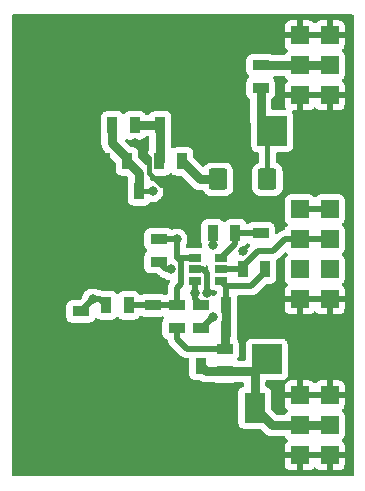
<source format=gbr>
G04 #@! TF.GenerationSoftware,KiCad,Pcbnew,(5.99.0-6591-gee6c8b60ac)*
G04 #@! TF.CreationDate,2021-02-11T11:37:18+01:00*
G04 #@! TF.ProjectId,AIRDOSC01A_PCB01B,41495244-4f53-4433-9031-415f50434230,rev?*
G04 #@! TF.SameCoordinates,Original*
G04 #@! TF.FileFunction,Copper,L2,Bot*
G04 #@! TF.FilePolarity,Positive*
%FSLAX46Y46*%
G04 Gerber Fmt 4.6, Leading zero omitted, Abs format (unit mm)*
G04 Created by KiCad (PCBNEW (5.99.0-6591-gee6c8b60ac)) date 2021-02-11 11:37:18*
%MOMM*%
%LPD*%
G01*
G04 APERTURE LIST*
G04 Aperture macros list*
%AMRoundRect*
0 Rectangle with rounded corners*
0 $1 Rounding radius*
0 $2 $3 $4 $5 $6 $7 $8 $9 X,Y pos of 4 corners*
0 Add a 4 corners polygon primitive as box body*
4,1,4,$2,$3,$4,$5,$6,$7,$8,$9,$2,$3,0*
0 Add four circle primitives for the rounded corners*
1,1,$1+$1,$2,$3,0*
1,1,$1+$1,$4,$5,0*
1,1,$1+$1,$6,$7,0*
1,1,$1+$1,$8,$9,0*
0 Add four rect primitives between the rounded corners*
20,1,$1+$1,$2,$3,$4,$5,0*
20,1,$1+$1,$4,$5,$6,$7,0*
20,1,$1+$1,$6,$7,$8,$9,0*
20,1,$1+$1,$8,$9,$2,$3,0*%
%AMOutline4P*
0 Free polygon, 4 corners , with rotation*
0 The origin of the aperture is its center*
0 number of corners: always 4*
0 $1 to $8 corner X, Y*
0 $9 Rotation angle, in degrees counterclockwise*
0 create outline with 4 corners*
4,1,4,$1,$2,$3,$4,$5,$6,$7,$8,$1,$2,$9*%
G04 Aperture macros list end*
G04 #@! TA.AperFunction,SMDPad,CuDef*
%ADD10RoundRect,0.250000X0.537500X0.650000X-0.537500X0.650000X-0.537500X-0.650000X0.537500X-0.650000X0*%
G04 #@! TD*
G04 #@! TA.AperFunction,SMDPad,CuDef*
%ADD11RoundRect,0.250425X0.537075X0.649575X-0.537075X0.649575X-0.537075X-0.649575X0.537075X-0.649575X0*%
G04 #@! TD*
G04 #@! TA.AperFunction,SMDPad,CuDef*
%ADD12Outline4P,-0.750000X-1.500000X0.750000X-1.500000X0.750000X1.500000X-0.750000X1.500000X180.000000*%
G04 #@! TD*
G04 #@! TA.AperFunction,SMDPad,CuDef*
%ADD13R,1.800000X2.500000*%
G04 #@! TD*
G04 #@! TA.AperFunction,SMDPad,CuDef*
%ADD14R,0.889000X1.397000*%
G04 #@! TD*
G04 #@! TA.AperFunction,SMDPad,CuDef*
%ADD15R,1.397000X0.889000*%
G04 #@! TD*
G04 #@! TA.AperFunction,ComponentPad*
%ADD16R,1.524000X1.524000*%
G04 #@! TD*
G04 #@! TA.AperFunction,ComponentPad*
%ADD17C,6.000000*%
G04 #@! TD*
G04 #@! TA.AperFunction,SMDPad,CuDef*
%ADD18R,2.550160X2.499360*%
G04 #@! TD*
G04 #@! TA.AperFunction,SMDPad,CuDef*
%ADD19R,1.060000X0.650000*%
G04 #@! TD*
G04 #@! TA.AperFunction,ViaPad*
%ADD20C,0.800000*%
G04 #@! TD*
G04 #@! TA.AperFunction,Conductor*
%ADD21C,0.800000*%
G04 #@! TD*
G04 #@! TA.AperFunction,Conductor*
%ADD22C,0.400000*%
G04 #@! TD*
G04 #@! TA.AperFunction,Conductor*
%ADD23C,0.500000*%
G04 #@! TD*
G04 APERTURE END LIST*
D10*
X22534500Y25908000D03*
D11*
X18359500Y25908000D03*
D12*
X20447000Y25908000D03*
D13*
X21463000Y2572000D03*
X21463000Y6572000D03*
D14*
X15367000Y30480000D03*
X13462000Y30480000D03*
X19812000Y21336000D03*
X17907000Y21336000D03*
D15*
X18923000Y9652000D03*
X18923000Y11557000D03*
D14*
X14986000Y10096500D03*
X16891000Y10096500D03*
X20955000Y13208000D03*
X19050000Y13208000D03*
X20955000Y15240000D03*
X19050000Y15240000D03*
X15303500Y27432000D03*
X13398500Y27432000D03*
X8763000Y27432000D03*
X10668000Y27432000D03*
X9779000Y24892000D03*
X11684000Y24892000D03*
X8890000Y15240000D03*
X10795000Y15240000D03*
D15*
X21971000Y35560000D03*
X21971000Y33655000D03*
D14*
X11303000Y30480000D03*
X9398000Y30480000D03*
D15*
X6731000Y14732000D03*
X6731000Y12827000D03*
X13335000Y20828000D03*
X13335000Y18923000D03*
X14859000Y15240000D03*
X14859000Y13335000D03*
X12827000Y13335000D03*
X12827000Y15240000D03*
X21971000Y23241000D03*
X21971000Y21336000D03*
D14*
X20447000Y18288000D03*
X22352000Y18288000D03*
D15*
X16891000Y15240000D03*
X16891000Y13335000D03*
D16*
X27813000Y20828000D03*
X25273000Y20828000D03*
X27813000Y18288000D03*
X25273000Y18288000D03*
X27813000Y2540000D03*
X25273000Y2540000D03*
X27813000Y15748000D03*
X25273000Y15748000D03*
X27813000Y33020000D03*
X25273000Y33020000D03*
X27813000Y35560000D03*
X25273000Y35560000D03*
X27813000Y38100000D03*
X25273000Y38100000D03*
X25273000Y5080000D03*
X27813000Y5080000D03*
X25273000Y7620000D03*
X27813000Y7620000D03*
X27813000Y23368000D03*
X25273000Y23368000D03*
D17*
X5207000Y5080000D03*
X5207000Y35560000D03*
X15367000Y5080000D03*
X15367000Y35560000D03*
D18*
X22494240Y10668000D03*
X27543760Y10668000D03*
X22956520Y29987240D03*
X17907000Y29987240D03*
D19*
X16383000Y17338000D03*
X16383000Y18288000D03*
X16383000Y19238000D03*
X18583000Y19238000D03*
X18583000Y18288000D03*
X18583000Y17338000D03*
D20*
X14351000Y18288000D03*
X12827000Y11684000D03*
X9271000Y33020000D03*
X10287000Y10160000D03*
X10795000Y33020000D03*
X8763000Y13208000D03*
X20955000Y38100000D03*
X28067000Y25908000D03*
X22987000Y16256000D03*
X18415000Y23368000D03*
X7239000Y30988000D03*
X10287000Y13208000D03*
X26035000Y13208000D03*
X27559000Y13208000D03*
X16383000Y23368000D03*
X17399000Y16284502D03*
X26035000Y25908000D03*
X22987000Y13208000D03*
X7239000Y29464000D03*
X22987000Y14732000D03*
X20447000Y19812000D03*
X28067000Y27432000D03*
X24511000Y13208000D03*
X7239000Y10160000D03*
X5715000Y10160000D03*
X8763000Y10160000D03*
X22987000Y38100000D03*
X26035000Y27432000D03*
X11811000Y10160000D03*
X13335000Y10160000D03*
X7239000Y27432000D03*
X11303000Y28956000D03*
X14859000Y25400000D03*
X28067000Y29464000D03*
X28067000Y30988000D03*
X26035000Y30988000D03*
X19431000Y36068000D03*
X7239000Y25908000D03*
X19431000Y34544000D03*
X19431000Y32512000D03*
X15494000Y22860000D03*
X26035000Y29464000D03*
X19939000Y23368000D03*
X8509000Y25781000D03*
X19431000Y38100000D03*
X12827000Y24892000D03*
X14859000Y20828000D03*
X7747000Y15748000D03*
X17907000Y14224000D03*
X17907000Y20320000D03*
X16383000Y16256000D03*
D21*
X22534500Y29565220D02*
X22956520Y29987240D01*
X21971000Y33655000D02*
X21971000Y30972760D01*
D22*
X22534500Y25908000D02*
X22534500Y29565220D01*
D21*
X21971000Y30972760D02*
X22956520Y29987240D01*
D23*
X17098002Y18288000D02*
X17399000Y17987002D01*
X13398500Y10096500D02*
X13335000Y10160000D01*
X22987000Y14732000D02*
X22987000Y16256000D01*
D22*
X14859000Y25400000D02*
X13567498Y25400000D01*
D23*
X11811000Y10160000D02*
X10287000Y10160000D01*
X17399000Y17987002D02*
X17399000Y16284502D01*
X21971000Y23241000D02*
X20066000Y23241000D01*
X17907000Y30988000D02*
X19431000Y32512000D01*
X17907000Y29987240D02*
X17907000Y30988000D01*
X14986000Y10096500D02*
X13398500Y10096500D01*
X7239000Y27432000D02*
X7239000Y29464000D01*
X18415000Y23368000D02*
X16383000Y23368000D01*
X16383000Y18288000D02*
X17098002Y18288000D01*
X20066000Y23241000D02*
X19939000Y23368000D01*
X19431000Y34544000D02*
X19431000Y36068000D01*
X26035000Y13208000D02*
X24511000Y13208000D01*
D22*
X12553999Y26413499D02*
X12553999Y27705001D01*
X13567498Y25400000D02*
X12553999Y26413499D01*
D23*
X27543760Y10668000D02*
X27543760Y13192760D01*
X27543760Y13192760D02*
X27559000Y13208000D01*
X20955000Y13208000D02*
X22987000Y13208000D01*
X8763000Y27432000D02*
X7239000Y27432000D01*
D22*
X12553999Y27705001D02*
X11303000Y28956000D01*
D23*
X8763000Y10160000D02*
X7239000Y10160000D01*
D21*
X16827500Y25908000D02*
X15303500Y27432000D01*
X18359500Y25908000D02*
X16827500Y25908000D01*
X21478240Y9652000D02*
X22494240Y10668000D01*
X25273000Y5080000D02*
X22955000Y5080000D01*
X17335500Y9652000D02*
X16891000Y10096500D01*
X21463000Y6572000D02*
X21463000Y9636760D01*
X22955000Y5080000D02*
X21463000Y6572000D01*
X18923000Y9652000D02*
X17335500Y9652000D01*
X21463000Y9636760D02*
X22494240Y10668000D01*
X18923000Y9652000D02*
X21478240Y9652000D01*
X27813000Y5080000D02*
X25273000Y5080000D01*
X11303000Y30480000D02*
X13462000Y30480000D01*
X13462000Y30480000D02*
X13462000Y27495500D01*
X13462000Y27495500D02*
X13398500Y27432000D01*
X10668000Y27686000D02*
X10668000Y27432000D01*
X10668000Y27432000D02*
X11684000Y26416000D01*
X9398000Y28956000D02*
X10668000Y27686000D01*
D22*
X12827000Y24892000D02*
X11684000Y24892000D01*
D21*
X9398000Y30480000D02*
X9398000Y28956000D01*
X11684000Y26416000D02*
X11684000Y24892000D01*
X18923000Y13081000D02*
X19050000Y13208000D01*
D23*
X19050000Y16871000D02*
X21189000Y16871000D01*
X21189000Y16871000D02*
X22352000Y18034000D01*
X19050000Y15240000D02*
X19050000Y16871000D01*
D21*
X19050000Y13208000D02*
X19050000Y15240000D01*
D23*
X22352000Y18034000D02*
X22352000Y18288000D01*
X17724500Y11557000D02*
X18923000Y11557000D01*
X19050000Y16871000D02*
X18583000Y17338000D01*
D21*
X18923000Y11557000D02*
X18923000Y13081000D01*
D23*
X15692500Y11557000D02*
X17724500Y11557000D01*
X14859000Y12390500D02*
X15692500Y11557000D01*
X14859000Y13335000D02*
X14859000Y12390500D01*
X12827000Y15240000D02*
X14859000Y15240000D01*
X10795000Y15240000D02*
X12827000Y15240000D01*
X15201001Y17034501D02*
X15201001Y18961999D01*
X14859000Y20828000D02*
X14859000Y19304000D01*
X13335000Y20828000D02*
X14859000Y20828000D01*
X14859000Y15240000D02*
X14859000Y16692500D01*
X14925000Y19238000D02*
X14859000Y19304000D01*
X27813000Y23368000D02*
X25273000Y23368000D01*
X16383000Y19238000D02*
X14925000Y19238000D01*
X15201001Y18961999D02*
X14859000Y19304000D01*
X14859000Y16692500D02*
X15201001Y17034501D01*
X7747000Y15748000D02*
X8382000Y15748000D01*
X8382000Y15748000D02*
X8890000Y15240000D01*
X6731000Y14732000D02*
X7747000Y15748000D01*
D21*
X27813000Y35560000D02*
X25273000Y35560000D01*
X25273000Y35560000D02*
X21971000Y35560000D01*
D23*
X16891000Y13335000D02*
X17018000Y13335000D01*
X17018000Y13335000D02*
X17907000Y14224000D01*
X21709000Y19804000D02*
X22987000Y19804000D01*
X20447000Y18288000D02*
X20447000Y18542000D01*
X25273000Y20828000D02*
X24011000Y20828000D01*
X20447000Y18542000D02*
X21709000Y19804000D01*
X27813000Y20828000D02*
X25273000Y20828000D01*
X18583000Y18288000D02*
X20447000Y18288000D01*
X24011000Y20828000D02*
X22987000Y19804000D01*
X13970000Y18288000D02*
X13335000Y18923000D01*
X14351000Y18288000D02*
X13970000Y18288000D01*
X19812000Y20467000D02*
X19812000Y21336000D01*
X19812000Y21336000D02*
X21971000Y21336000D01*
X18583000Y19238000D02*
X19812000Y20467000D01*
X16383000Y15748000D02*
X16891000Y15240000D01*
X16383000Y17338000D02*
X16383000Y16256000D01*
X17907000Y20320000D02*
X17907000Y21336000D01*
X16383000Y16256000D02*
X16383000Y15748000D01*
G04 #@! TA.AperFunction,Conductor*
G36*
X29787122Y39857998D02*
G01*
X29833615Y39804342D01*
X29845001Y39752000D01*
X29845000Y888000D01*
X29824998Y819879D01*
X29771342Y773386D01*
X29719000Y762000D01*
X1015000Y762000D01*
X946879Y782002D01*
X900386Y835658D01*
X889000Y888000D01*
X889000Y2272452D01*
X23998000Y2272452D01*
X23998000Y1784757D01*
X23999437Y1771395D01*
X24041962Y1575911D01*
X24050455Y1555406D01*
X24118426Y1449640D01*
X24130112Y1436153D01*
X24226840Y1352338D01*
X24241848Y1342693D01*
X24358275Y1289523D01*
X24375388Y1284498D01*
X24506554Y1265639D01*
X24515495Y1265000D01*
X25000885Y1265000D01*
X25016124Y1269475D01*
X25017329Y1270865D01*
X25019000Y1278548D01*
X25019000Y2267885D01*
X25017659Y2272452D01*
X25527000Y2272452D01*
X25527000Y1283115D01*
X25531475Y1267876D01*
X25532865Y1266671D01*
X25540548Y1265000D01*
X26028243Y1265000D01*
X26041605Y1266437D01*
X26237089Y1308962D01*
X26257594Y1317455D01*
X26363360Y1385426D01*
X26376847Y1397112D01*
X26447677Y1478855D01*
X26507403Y1517239D01*
X26578400Y1517239D01*
X26648900Y1464463D01*
X26658426Y1449640D01*
X26670112Y1436153D01*
X26766840Y1352338D01*
X26781848Y1342693D01*
X26898275Y1289523D01*
X26915388Y1284498D01*
X27046554Y1265639D01*
X27055495Y1265000D01*
X27540885Y1265000D01*
X27556124Y1269475D01*
X27557329Y1270865D01*
X27559000Y1278548D01*
X27559000Y2267885D01*
X27557659Y2272452D01*
X28067000Y2272452D01*
X28067000Y1283115D01*
X28071475Y1267876D01*
X28072865Y1266671D01*
X28080548Y1265000D01*
X28568243Y1265000D01*
X28581605Y1266437D01*
X28777089Y1308962D01*
X28797594Y1317455D01*
X28903360Y1385426D01*
X28916847Y1397112D01*
X29000662Y1493840D01*
X29010307Y1508848D01*
X29063477Y1625275D01*
X29068502Y1642388D01*
X29087361Y1773554D01*
X29088000Y1782495D01*
X29088000Y2267885D01*
X29083525Y2283124D01*
X29082135Y2284329D01*
X29074452Y2286000D01*
X28085115Y2286000D01*
X28069876Y2281525D01*
X28068671Y2280135D01*
X28067000Y2272452D01*
X27557659Y2272452D01*
X27554525Y2283124D01*
X27553135Y2284329D01*
X27545452Y2286000D01*
X25545115Y2286000D01*
X25529876Y2281525D01*
X25528671Y2280135D01*
X25527000Y2272452D01*
X25017659Y2272452D01*
X25014525Y2283124D01*
X25013135Y2284329D01*
X25005452Y2286000D01*
X24016115Y2286000D01*
X24000876Y2281525D01*
X23999671Y2280135D01*
X23998000Y2272452D01*
X889000Y2272452D01*
X889000Y15176500D01*
X5519500Y15176500D01*
X5519500Y14287500D01*
X5565859Y14074392D01*
X5571955Y14064907D01*
X5571955Y14064906D01*
X5601873Y14018352D01*
X5644800Y13951556D01*
X5651611Y13945655D01*
X5651612Y13945653D01*
X5748340Y13861838D01*
X5748343Y13861836D01*
X5755151Y13855937D01*
X5763345Y13852195D01*
X5763348Y13852193D01*
X5878998Y13799378D01*
X5887971Y13795280D01*
X5896888Y13793998D01*
X6028054Y13775139D01*
X6028057Y13775139D01*
X6032500Y13774500D01*
X7429500Y13774500D01*
X7642608Y13820859D01*
X7706374Y13861838D01*
X7757860Y13894926D01*
X7757861Y13894926D01*
X7765444Y13899800D01*
X7778712Y13915112D01*
X7855162Y14003340D01*
X7855164Y14003343D01*
X7861063Y14010151D01*
X7864807Y14018348D01*
X7864809Y14018352D01*
X7910860Y14119189D01*
X7957353Y14172844D01*
X8025473Y14192846D01*
X8107985Y14162071D01*
X8161340Y14115838D01*
X8161343Y14115836D01*
X8168151Y14109937D01*
X8176345Y14106195D01*
X8176348Y14106193D01*
X8266755Y14064906D01*
X8300971Y14049280D01*
X8309888Y14047998D01*
X8441054Y14029139D01*
X8441057Y14029139D01*
X8445500Y14028500D01*
X9334500Y14028500D01*
X9547608Y14074859D01*
X9564028Y14085411D01*
X9662860Y14148926D01*
X9662861Y14148926D01*
X9670444Y14153800D01*
X9704278Y14192846D01*
X9747177Y14242355D01*
X9806903Y14280739D01*
X9877900Y14280739D01*
X9948400Y14227963D01*
X9962800Y14205556D01*
X9969611Y14199655D01*
X9969612Y14199653D01*
X10066340Y14115838D01*
X10066343Y14115836D01*
X10073151Y14109937D01*
X10081345Y14106195D01*
X10081348Y14106193D01*
X10171755Y14064906D01*
X10205971Y14049280D01*
X10214888Y14047998D01*
X10346054Y14029139D01*
X10346057Y14029139D01*
X10350500Y14028500D01*
X11239500Y14028500D01*
X11452608Y14074859D01*
X11469028Y14085411D01*
X11567860Y14148926D01*
X11567861Y14148926D01*
X11575444Y14153800D01*
X11582611Y14162071D01*
X11665162Y14257340D01*
X11665164Y14257343D01*
X11671063Y14264151D01*
X11674807Y14272348D01*
X11674809Y14272352D01*
X11687506Y14300154D01*
X11733999Y14353810D01*
X11802120Y14373811D01*
X11854461Y14362425D01*
X11971492Y14308979D01*
X11983971Y14303280D01*
X11992888Y14301998D01*
X12124054Y14283139D01*
X12124057Y14283139D01*
X12128500Y14282500D01*
X13525500Y14282500D01*
X13647221Y14308979D01*
X13718035Y14303914D01*
X13774870Y14261367D01*
X13799681Y14194846D01*
X13769226Y14103346D01*
X13728937Y14056849D01*
X13725195Y14048655D01*
X13725193Y14048652D01*
X13704500Y14003340D01*
X13668280Y13924029D01*
X13647500Y13779500D01*
X13647500Y12890500D01*
X13693859Y12677392D01*
X13699955Y12667907D01*
X13699955Y12667906D01*
X13767926Y12562140D01*
X13772800Y12554556D01*
X13779611Y12548655D01*
X13779612Y12548653D01*
X13876340Y12464838D01*
X13876343Y12464836D01*
X13883151Y12458937D01*
X13891345Y12455195D01*
X13891348Y12455193D01*
X13959961Y12423859D01*
X14015971Y12398280D01*
X14018890Y12397860D01*
X14076038Y12361137D01*
X14106402Y12288834D01*
X14109266Y12253624D01*
X14110301Y12240896D01*
X14112556Y12233935D01*
X14113741Y12228005D01*
X14115132Y12222119D01*
X14115979Y12214857D01*
X14140889Y12146232D01*
X14142303Y12142110D01*
X14164798Y12072670D01*
X14168594Y12066415D01*
X14171096Y12060948D01*
X14173817Y12055515D01*
X14176314Y12048636D01*
X14202888Y12008105D01*
X14216322Y11987614D01*
X14218663Y11983905D01*
X14256535Y11921494D01*
X14263873Y11913185D01*
X14264752Y11912190D01*
X14266973Y11909606D01*
X14269256Y11906876D01*
X14273270Y11900753D01*
X14278585Y11895718D01*
X14325113Y11851642D01*
X14327556Y11849264D01*
X15109500Y11067319D01*
X15121885Y11052907D01*
X15134111Y11036294D01*
X15139694Y11031551D01*
X15172851Y11003382D01*
X15180367Y10996452D01*
X15186484Y10990335D01*
X15189357Y10988062D01*
X15189366Y10988054D01*
X15209843Y10971854D01*
X15213247Y10969063D01*
X15224180Y10959775D01*
X15268876Y10921803D01*
X15275395Y10918474D01*
X15280427Y10915118D01*
X15285566Y10911944D01*
X15291302Y10907406D01*
X15297926Y10904310D01*
X15297928Y10904309D01*
X15357411Y10876509D01*
X15361363Y10874577D01*
X15426365Y10841385D01*
X15433472Y10839646D01*
X15439124Y10837544D01*
X15444873Y10835632D01*
X15451501Y10832534D01*
X15522967Y10817669D01*
X15527233Y10816703D01*
X15598130Y10799355D01*
X15603734Y10799007D01*
X15603736Y10799007D01*
X15607744Y10798759D01*
X15610537Y10798585D01*
X15613931Y10798329D01*
X15617461Y10798014D01*
X15624629Y10796523D01*
X15695994Y10798454D01*
X15699402Y10798500D01*
X15807500Y10798500D01*
X15875621Y10778498D01*
X15922114Y10724842D01*
X15933500Y10672500D01*
X15933500Y9398000D01*
X15979859Y9184892D01*
X16058800Y9062056D01*
X16065611Y9056155D01*
X16065612Y9056153D01*
X16162340Y8972338D01*
X16162343Y8972336D01*
X16169151Y8966437D01*
X16177345Y8962695D01*
X16177348Y8962693D01*
X16292998Y8909878D01*
X16301971Y8905780D01*
X16310888Y8904498D01*
X16442054Y8885639D01*
X16442057Y8885639D01*
X16446500Y8885000D01*
X16809438Y8885000D01*
X16866643Y8871266D01*
X16898909Y8854825D01*
X16904703Y8851679D01*
X16956215Y8821940D01*
X16963946Y8817476D01*
X16970228Y8815435D01*
X16970230Y8815434D01*
X16977328Y8813128D01*
X16995596Y8805561D01*
X17002247Y8802172D01*
X17002251Y8802170D01*
X17008130Y8799175D01*
X17014500Y8797468D01*
X17014503Y8797467D01*
X17053627Y8786984D01*
X17074203Y8781471D01*
X17080504Y8779604D01*
X17145573Y8758462D01*
X17152141Y8757772D01*
X17152145Y8757771D01*
X17159562Y8756992D01*
X17179009Y8753388D01*
X17192597Y8749747D01*
X17199196Y8749401D01*
X17199197Y8749401D01*
X17260885Y8746168D01*
X17267460Y8745651D01*
X17281773Y8744147D01*
X17287928Y8743500D01*
X17308500Y8743500D01*
X17315095Y8743327D01*
X17376717Y8740097D01*
X17376721Y8740097D01*
X17383308Y8739752D01*
X17397180Y8741949D01*
X17416890Y8743500D01*
X17990768Y8743500D01*
X18043111Y8732113D01*
X18071772Y8719024D01*
X18071774Y8719023D01*
X18079971Y8715280D01*
X18088888Y8713998D01*
X18220054Y8695139D01*
X18220057Y8695139D01*
X18224500Y8694500D01*
X19621500Y8694500D01*
X19833510Y8740620D01*
X19860292Y8743500D01*
X20428501Y8743500D01*
X20496622Y8723498D01*
X20543115Y8669842D01*
X20554501Y8617500D01*
X20554501Y8434689D01*
X20534499Y8366568D01*
X20455285Y8311569D01*
X20360913Y8291039D01*
X20360910Y8291038D01*
X20349892Y8288641D01*
X20340407Y8282545D01*
X20340406Y8282545D01*
X20234640Y8214574D01*
X20227056Y8209700D01*
X20221155Y8202889D01*
X20221153Y8202888D01*
X20137338Y8106160D01*
X20137336Y8106157D01*
X20131437Y8099349D01*
X20127695Y8091155D01*
X20127693Y8091152D01*
X20106431Y8044594D01*
X20070780Y7966529D01*
X20069498Y7957612D01*
X20050950Y7828605D01*
X20050000Y7822000D01*
X20050000Y5322000D01*
X20096359Y5108892D01*
X20175300Y4986056D01*
X20182111Y4980155D01*
X20182112Y4980153D01*
X20278840Y4896338D01*
X20278843Y4896336D01*
X20285651Y4890437D01*
X20293845Y4886695D01*
X20293848Y4886693D01*
X20409498Y4833878D01*
X20418471Y4829780D01*
X20427388Y4828498D01*
X20558554Y4809639D01*
X20558557Y4809639D01*
X20563000Y4809000D01*
X21888997Y4809000D01*
X21978092Y4772095D01*
X22255038Y4495149D01*
X22267875Y4480121D01*
X22276137Y4468749D01*
X22281047Y4464328D01*
X22281048Y4464327D01*
X22326911Y4423032D01*
X22331696Y4418491D01*
X22346232Y4403955D01*
X22362226Y4391003D01*
X22367225Y4386733D01*
X22418058Y4340963D01*
X22430246Y4333926D01*
X22446541Y4322727D01*
X22452338Y4318032D01*
X22452341Y4318030D01*
X22457472Y4313875D01*
X22463356Y4310877D01*
X22463359Y4310875D01*
X22518417Y4282821D01*
X22524213Y4279674D01*
X22577723Y4248780D01*
X22583446Y4245476D01*
X22589729Y4243435D01*
X22589735Y4243432D01*
X22596826Y4241128D01*
X22615095Y4233561D01*
X22621743Y4230173D01*
X22621753Y4230169D01*
X22627631Y4227174D01*
X22634006Y4225466D01*
X22634008Y4225465D01*
X22670031Y4215813D01*
X22693711Y4209468D01*
X22700023Y4207598D01*
X22765073Y4186462D01*
X22771641Y4185772D01*
X22771645Y4185771D01*
X22779062Y4184992D01*
X22798509Y4181388D01*
X22812097Y4177747D01*
X22818696Y4177401D01*
X22818697Y4177401D01*
X22880385Y4174168D01*
X22886960Y4173651D01*
X22901273Y4172147D01*
X22907428Y4171500D01*
X22928001Y4171500D01*
X22934595Y4171327D01*
X22996217Y4168097D01*
X22996222Y4168097D01*
X23002809Y4167752D01*
X23016681Y4169949D01*
X23036391Y4171500D01*
X23934746Y4171500D01*
X24002867Y4151498D01*
X24042704Y4103829D01*
X24044359Y4104892D01*
X24123300Y3982056D01*
X24130111Y3976155D01*
X24130112Y3976153D01*
X24211855Y3905323D01*
X24250239Y3845597D01*
X24250239Y3774600D01*
X24197463Y3704100D01*
X24182640Y3694574D01*
X24169153Y3682888D01*
X24085338Y3586160D01*
X24075693Y3571152D01*
X24022523Y3454725D01*
X24017498Y3437612D01*
X23998639Y3306446D01*
X23998000Y3297505D01*
X23998000Y2812115D01*
X24002475Y2796876D01*
X24003865Y2795671D01*
X24011548Y2794000D01*
X29069885Y2794000D01*
X29085124Y2798475D01*
X29086329Y2799865D01*
X29088000Y2807548D01*
X29088000Y3295243D01*
X29086563Y3308605D01*
X29044038Y3504089D01*
X29035545Y3524594D01*
X28967574Y3630360D01*
X28955888Y3643847D01*
X28874145Y3714677D01*
X28835761Y3774403D01*
X28835761Y3845400D01*
X28888537Y3915900D01*
X28903360Y3925426D01*
X28903361Y3925426D01*
X28910944Y3930300D01*
X28955791Y3982056D01*
X29000662Y4033840D01*
X29000664Y4033843D01*
X29006563Y4040651D01*
X29010305Y4048845D01*
X29010307Y4048848D01*
X29063477Y4165275D01*
X29067220Y4173471D01*
X29074941Y4227174D01*
X29087361Y4313554D01*
X29087361Y4313557D01*
X29088000Y4318000D01*
X29088000Y5842000D01*
X29041641Y6055108D01*
X28962700Y6177944D01*
X28910832Y6222888D01*
X28874145Y6254677D01*
X28835761Y6314403D01*
X28835761Y6385400D01*
X28888537Y6455900D01*
X28903360Y6465426D01*
X28916847Y6477112D01*
X29000662Y6573840D01*
X29010307Y6588848D01*
X29063477Y6705275D01*
X29068502Y6722388D01*
X29087361Y6853554D01*
X29088000Y6862495D01*
X29088000Y7347885D01*
X29083525Y7363124D01*
X29082135Y7364329D01*
X29074452Y7366000D01*
X28067002Y7366001D01*
X28066996Y7366000D01*
X26583003Y7366001D01*
X26582997Y7366000D01*
X25527002Y7366001D01*
X25526996Y7366000D01*
X24016115Y7366001D01*
X24000876Y7361526D01*
X23999671Y7360136D01*
X23998000Y7352453D01*
X23998000Y6864757D01*
X23999437Y6851395D01*
X24041962Y6655911D01*
X24050455Y6635406D01*
X24118426Y6529640D01*
X24130112Y6516153D01*
X24211855Y6445323D01*
X24250239Y6385597D01*
X24250239Y6314600D01*
X24197463Y6244100D01*
X24175056Y6229700D01*
X24169155Y6222889D01*
X24169153Y6222888D01*
X24085338Y6126160D01*
X24085336Y6126157D01*
X24079437Y6119349D01*
X24075695Y6111155D01*
X24075693Y6111152D01*
X24053319Y6062158D01*
X24006826Y6008502D01*
X23938705Y5988500D01*
X23383503Y5988500D01*
X23294408Y6025405D01*
X22912905Y6406908D01*
X22876000Y6496003D01*
X22876000Y7822000D01*
X22829641Y8035108D01*
X22750700Y8157944D01*
X22743888Y8163847D01*
X22647160Y8247662D01*
X22647157Y8247664D01*
X22640349Y8253563D01*
X22632155Y8257305D01*
X22632152Y8257307D01*
X22515725Y8310477D01*
X22507529Y8314220D01*
X22479569Y8318240D01*
X22414988Y8347733D01*
X22395855Y8377505D01*
X23998000Y8377505D01*
X23998000Y7892115D01*
X24002475Y7876876D01*
X24003865Y7875671D01*
X24011548Y7874000D01*
X25000885Y7873999D01*
X25016124Y7878474D01*
X25017329Y7879864D01*
X25019000Y7887547D01*
X25019000Y7892115D01*
X25526999Y7892115D01*
X25531474Y7876876D01*
X25532864Y7875671D01*
X25540547Y7874000D01*
X26502997Y7873999D01*
X26503003Y7874000D01*
X27540885Y7873999D01*
X27556124Y7878474D01*
X27557329Y7879864D01*
X27559000Y7887547D01*
X27559000Y7892115D01*
X28066999Y7892115D01*
X28071474Y7876876D01*
X28072864Y7875671D01*
X28080547Y7874000D01*
X29069885Y7873999D01*
X29085124Y7878474D01*
X29086329Y7879864D01*
X29088000Y7887547D01*
X29088000Y8375243D01*
X29086563Y8388605D01*
X29044038Y8584089D01*
X29035545Y8604594D01*
X28967574Y8710360D01*
X28955888Y8723847D01*
X28859160Y8807662D01*
X28844152Y8817307D01*
X28727725Y8870477D01*
X28710612Y8875502D01*
X28579446Y8894361D01*
X28570505Y8895000D01*
X28085115Y8895000D01*
X28069876Y8890525D01*
X28068671Y8889135D01*
X28067000Y8881452D01*
X28066999Y7892115D01*
X27559000Y7892115D01*
X27559001Y8876885D01*
X27554526Y8892124D01*
X27553136Y8893329D01*
X27545453Y8895000D01*
X27057757Y8895000D01*
X27044395Y8893563D01*
X26848911Y8851038D01*
X26828406Y8842545D01*
X26722640Y8774574D01*
X26709153Y8762888D01*
X26638323Y8681145D01*
X26578597Y8642761D01*
X26507600Y8642761D01*
X26437100Y8695537D01*
X26427574Y8710360D01*
X26415888Y8723847D01*
X26319160Y8807662D01*
X26304152Y8817307D01*
X26187725Y8870477D01*
X26170612Y8875502D01*
X26039446Y8894361D01*
X26030505Y8895000D01*
X25545115Y8895000D01*
X25529876Y8890525D01*
X25528671Y8889135D01*
X25527000Y8881452D01*
X25526999Y7892115D01*
X25019000Y7892115D01*
X25019001Y8876885D01*
X25014526Y8892124D01*
X25013136Y8893329D01*
X25005453Y8895000D01*
X24517757Y8895000D01*
X24504395Y8893563D01*
X24308911Y8851038D01*
X24288406Y8842545D01*
X24182640Y8774574D01*
X24169153Y8762888D01*
X24085338Y8666160D01*
X24075693Y8651152D01*
X24022523Y8534725D01*
X24017498Y8517612D01*
X23998639Y8386446D01*
X23998000Y8377505D01*
X22395855Y8377505D01*
X22376604Y8407459D01*
X22371500Y8442958D01*
X22371500Y8779320D01*
X22391502Y8847441D01*
X22445158Y8893934D01*
X22497500Y8905320D01*
X23769320Y8905320D01*
X23982428Y8951679D01*
X23999567Y8962693D01*
X24097680Y9025746D01*
X24097681Y9025746D01*
X24105264Y9030620D01*
X24111167Y9037432D01*
X24194982Y9134160D01*
X24194984Y9134163D01*
X24200883Y9140971D01*
X24204625Y9149165D01*
X24204627Y9149168D01*
X24257797Y9265595D01*
X24261540Y9273791D01*
X24278449Y9391395D01*
X24281681Y9413874D01*
X24281681Y9413877D01*
X24282320Y9418320D01*
X24282320Y11917680D01*
X24235961Y12130788D01*
X24173389Y12228154D01*
X24161894Y12246040D01*
X24161894Y12246041D01*
X24157020Y12253624D01*
X24150208Y12259527D01*
X24053480Y12343342D01*
X24053477Y12343344D01*
X24046669Y12349243D01*
X24038475Y12352985D01*
X24038472Y12352987D01*
X23922045Y12406157D01*
X23913849Y12409900D01*
X23860461Y12417576D01*
X23773766Y12430041D01*
X23773763Y12430041D01*
X23769320Y12430680D01*
X21219160Y12430680D01*
X21006052Y12384321D01*
X20996567Y12378225D01*
X20996566Y12378225D01*
X20933109Y12337444D01*
X20883216Y12305380D01*
X20877315Y12298569D01*
X20877313Y12298568D01*
X20793498Y12201840D01*
X20793496Y12201837D01*
X20787597Y12195029D01*
X20783855Y12186835D01*
X20783853Y12186832D01*
X20765329Y12146269D01*
X20726940Y12062209D01*
X20725658Y12053292D01*
X20707110Y11924285D01*
X20706160Y11917680D01*
X20706160Y10686500D01*
X20686158Y10618379D01*
X20632502Y10571886D01*
X20580160Y10560500D01*
X20090979Y10560500D01*
X20022858Y10580502D01*
X19976365Y10634158D01*
X19966261Y10704432D01*
X19995754Y10769012D01*
X20047161Y10828340D01*
X20053063Y10835151D01*
X20056805Y10843345D01*
X20056807Y10843348D01*
X20109977Y10959775D01*
X20113720Y10967971D01*
X20123543Y11036294D01*
X20133861Y11108054D01*
X20133861Y11108057D01*
X20134500Y11112500D01*
X20134500Y12001500D01*
X20088141Y12214608D01*
X20079532Y12228005D01*
X20013004Y12331525D01*
X19994284Y12417576D01*
X20006861Y12505052D01*
X20006862Y12505059D01*
X20007500Y12509500D01*
X20007500Y13906500D01*
X19961380Y14118510D01*
X19958500Y14145292D01*
X19958500Y14307768D01*
X19969887Y14360111D01*
X19982976Y14388772D01*
X19982977Y14388774D01*
X19986720Y14396971D01*
X20007500Y14541500D01*
X20007500Y15480452D01*
X23998000Y15480452D01*
X23998000Y14992757D01*
X23999437Y14979395D01*
X24041962Y14783911D01*
X24050455Y14763406D01*
X24118426Y14657640D01*
X24130112Y14644153D01*
X24226840Y14560338D01*
X24241848Y14550693D01*
X24358275Y14497523D01*
X24375388Y14492498D01*
X24506554Y14473639D01*
X24515495Y14473000D01*
X25000885Y14473000D01*
X25016124Y14477475D01*
X25017329Y14478865D01*
X25019000Y14486548D01*
X25019000Y15475885D01*
X25017659Y15480452D01*
X25527000Y15480452D01*
X25527000Y14491115D01*
X25531475Y14475876D01*
X25532865Y14474671D01*
X25540548Y14473000D01*
X26028243Y14473000D01*
X26041605Y14474437D01*
X26237089Y14516962D01*
X26257594Y14525455D01*
X26363360Y14593426D01*
X26376847Y14605112D01*
X26447677Y14686855D01*
X26507403Y14725239D01*
X26578400Y14725239D01*
X26648900Y14672463D01*
X26658426Y14657640D01*
X26670112Y14644153D01*
X26766840Y14560338D01*
X26781848Y14550693D01*
X26898275Y14497523D01*
X26915388Y14492498D01*
X27046554Y14473639D01*
X27055495Y14473000D01*
X27540885Y14473000D01*
X27556124Y14477475D01*
X27557329Y14478865D01*
X27559000Y14486548D01*
X27559000Y15475885D01*
X27557659Y15480452D01*
X28067000Y15480452D01*
X28067000Y14491115D01*
X28071475Y14475876D01*
X28072865Y14474671D01*
X28080548Y14473000D01*
X28568243Y14473000D01*
X28581605Y14474437D01*
X28777089Y14516962D01*
X28797594Y14525455D01*
X28903360Y14593426D01*
X28916847Y14605112D01*
X29000662Y14701840D01*
X29010307Y14716848D01*
X29063477Y14833275D01*
X29068502Y14850388D01*
X29087361Y14981554D01*
X29088000Y14990495D01*
X29088000Y15475885D01*
X29083525Y15491124D01*
X29082135Y15492329D01*
X29074452Y15494000D01*
X28085115Y15494000D01*
X28069876Y15489525D01*
X28068671Y15488135D01*
X28067000Y15480452D01*
X27557659Y15480452D01*
X27554525Y15491124D01*
X27553135Y15492329D01*
X27545452Y15494000D01*
X25545115Y15494000D01*
X25529876Y15489525D01*
X25528671Y15488135D01*
X25527000Y15480452D01*
X25017659Y15480452D01*
X25014525Y15491124D01*
X25013135Y15492329D01*
X25005452Y15494000D01*
X24016115Y15494000D01*
X24000876Y15489525D01*
X23999671Y15488135D01*
X23998000Y15480452D01*
X20007500Y15480452D01*
X20007500Y15938500D01*
X20002884Y15959719D01*
X20007950Y16030534D01*
X20050497Y16087369D01*
X20126005Y16112500D01*
X21123014Y16112500D01*
X21141965Y16111067D01*
X21155122Y16109065D01*
X21155125Y16109065D01*
X21162355Y16107965D01*
X21169647Y16108558D01*
X21169650Y16108558D01*
X21213007Y16112085D01*
X21223222Y16112500D01*
X21231886Y16112500D01*
X21235520Y16112924D01*
X21235526Y16112924D01*
X21245467Y16114083D01*
X21261515Y16115954D01*
X21265842Y16116382D01*
X21295196Y16118770D01*
X21331307Y16121707D01*
X21331311Y16121708D01*
X21338604Y16122301D01*
X21345563Y16124555D01*
X21351483Y16125738D01*
X21357373Y16127130D01*
X21364643Y16127978D01*
X21371523Y16130475D01*
X21371526Y16130476D01*
X21406960Y16143338D01*
X21433264Y16152886D01*
X21437410Y16154309D01*
X21499867Y16174542D01*
X21499869Y16174543D01*
X21506830Y16176798D01*
X21513087Y16180595D01*
X21518562Y16183102D01*
X21523976Y16185813D01*
X21530864Y16188313D01*
X21591918Y16228342D01*
X21595627Y16230682D01*
X21653211Y16265625D01*
X21653213Y16265627D01*
X21658006Y16268535D01*
X21662209Y16272247D01*
X21662213Y16272250D01*
X21667292Y16276735D01*
X21669872Y16278953D01*
X21672627Y16281256D01*
X21678747Y16285269D01*
X21727876Y16337131D01*
X21730254Y16339574D01*
X22430277Y17039596D01*
X22519372Y17076500D01*
X22796500Y17076500D01*
X23009608Y17122859D01*
X23088287Y17173422D01*
X23124860Y17196926D01*
X23124861Y17196926D01*
X23132444Y17201800D01*
X23138347Y17208612D01*
X23222162Y17305340D01*
X23222164Y17305343D01*
X23228063Y17312151D01*
X23231805Y17320345D01*
X23231807Y17320348D01*
X23284977Y17436775D01*
X23288720Y17444971D01*
X23296742Y17500768D01*
X23308861Y17585054D01*
X23308861Y17585057D01*
X23309500Y17589500D01*
X23309500Y18986500D01*
X23304666Y19008720D01*
X23309729Y19079533D01*
X23358700Y19140874D01*
X23389906Y19161334D01*
X23393627Y19163682D01*
X23451211Y19198625D01*
X23451213Y19198627D01*
X23456006Y19201535D01*
X23460209Y19205247D01*
X23460213Y19205250D01*
X23465292Y19209735D01*
X23467872Y19211953D01*
X23470627Y19214256D01*
X23476747Y19218269D01*
X23525894Y19270150D01*
X23528272Y19272592D01*
X23966648Y19710968D01*
X24028960Y19744994D01*
X24099775Y19739929D01*
X24138256Y19717097D01*
X24211856Y19653322D01*
X24250239Y19593596D01*
X24250239Y19522599D01*
X24197463Y19452100D01*
X24175056Y19437700D01*
X24169155Y19430889D01*
X24169153Y19430888D01*
X24085338Y19334160D01*
X24085336Y19334157D01*
X24079437Y19327349D01*
X24075695Y19319155D01*
X24075693Y19319152D01*
X24029622Y19218269D01*
X24018780Y19194529D01*
X24017498Y19185612D01*
X23998950Y19056605D01*
X23998000Y19050000D01*
X23998000Y17526000D01*
X24044359Y17312892D01*
X24050455Y17303407D01*
X24050455Y17303406D01*
X24108900Y17212463D01*
X24123300Y17190056D01*
X24130111Y17184155D01*
X24130112Y17184153D01*
X24211855Y17113323D01*
X24250239Y17053597D01*
X24250239Y16982600D01*
X24197463Y16912100D01*
X24182640Y16902574D01*
X24169153Y16890888D01*
X24085338Y16794160D01*
X24075693Y16779152D01*
X24022523Y16662725D01*
X24017498Y16645612D01*
X23998639Y16514446D01*
X23998000Y16505505D01*
X23998000Y16020115D01*
X24002475Y16004876D01*
X24003865Y16003671D01*
X24011548Y16002000D01*
X29069885Y16002000D01*
X29085124Y16006475D01*
X29086329Y16007865D01*
X29088000Y16015548D01*
X29088000Y16503243D01*
X29086563Y16516605D01*
X29044038Y16712089D01*
X29035545Y16732594D01*
X28967574Y16838360D01*
X28955888Y16851847D01*
X28874145Y16922677D01*
X28835761Y16982403D01*
X28835761Y17053400D01*
X28888537Y17123900D01*
X28903360Y17133426D01*
X28903361Y17133426D01*
X28910944Y17138300D01*
X28939925Y17171746D01*
X29000662Y17241840D01*
X29000664Y17241843D01*
X29006563Y17248651D01*
X29010305Y17256845D01*
X29010307Y17256848D01*
X29063477Y17373275D01*
X29067220Y17381471D01*
X29073032Y17421895D01*
X29087361Y17521554D01*
X29087361Y17521557D01*
X29088000Y17526000D01*
X29088000Y19050000D01*
X29041641Y19263108D01*
X28962700Y19385944D01*
X28910832Y19430888D01*
X28874145Y19462677D01*
X28835761Y19522403D01*
X28835761Y19593400D01*
X28888537Y19663900D01*
X28903360Y19673426D01*
X28903361Y19673426D01*
X28910944Y19678300D01*
X28955791Y19730056D01*
X29000662Y19781840D01*
X29000664Y19781843D01*
X29006563Y19788651D01*
X29010305Y19796845D01*
X29010307Y19796848D01*
X29063477Y19913275D01*
X29067220Y19921471D01*
X29076750Y19987757D01*
X29087361Y20061554D01*
X29087361Y20061557D01*
X29088000Y20066000D01*
X29088000Y21590000D01*
X29041641Y21803108D01*
X28962700Y21925944D01*
X28910832Y21970888D01*
X28874145Y22002677D01*
X28835761Y22062403D01*
X28835761Y22133400D01*
X28888537Y22203900D01*
X28903360Y22213426D01*
X28903361Y22213426D01*
X28910944Y22218300D01*
X28935935Y22247141D01*
X29000662Y22321840D01*
X29000664Y22321843D01*
X29006563Y22328651D01*
X29010305Y22336845D01*
X29010307Y22336848D01*
X29063477Y22453275D01*
X29067220Y22461471D01*
X29076786Y22528002D01*
X29087361Y22601554D01*
X29087361Y22601557D01*
X29088000Y22606000D01*
X29088000Y24130000D01*
X29041641Y24343108D01*
X28962700Y24465944D01*
X28955888Y24471847D01*
X28859160Y24555662D01*
X28859157Y24555664D01*
X28852349Y24561563D01*
X28844155Y24565305D01*
X28844152Y24565307D01*
X28727725Y24618477D01*
X28719529Y24622220D01*
X28682864Y24627492D01*
X28579446Y24642361D01*
X28579443Y24642361D01*
X28575000Y24643000D01*
X27051000Y24643000D01*
X26837892Y24596641D01*
X26828407Y24590545D01*
X26828406Y24590545D01*
X26722640Y24522574D01*
X26715056Y24517700D01*
X26709155Y24510889D01*
X26709153Y24510888D01*
X26638323Y24429145D01*
X26578597Y24390761D01*
X26507600Y24390761D01*
X26437100Y24443537D01*
X26427574Y24458360D01*
X26427574Y24458361D01*
X26422700Y24465944D01*
X26415888Y24471847D01*
X26319160Y24555662D01*
X26319157Y24555664D01*
X26312349Y24561563D01*
X26304155Y24565305D01*
X26304152Y24565307D01*
X26187725Y24618477D01*
X26179529Y24622220D01*
X26142864Y24627492D01*
X26039446Y24642361D01*
X26039443Y24642361D01*
X26035000Y24643000D01*
X24511000Y24643000D01*
X24297892Y24596641D01*
X24288407Y24590545D01*
X24288406Y24590545D01*
X24182640Y24522574D01*
X24175056Y24517700D01*
X24169155Y24510889D01*
X24169153Y24510888D01*
X24085338Y24414160D01*
X24085336Y24414157D01*
X24079437Y24407349D01*
X24075695Y24399155D01*
X24075693Y24399152D01*
X24055556Y24355058D01*
X24018780Y24274529D01*
X24017498Y24265612D01*
X23998950Y24136605D01*
X23998000Y24130000D01*
X23998000Y22606000D01*
X24044359Y22392892D01*
X24050455Y22383407D01*
X24050455Y22383406D01*
X24108644Y22292861D01*
X24123300Y22270056D01*
X24130111Y22264155D01*
X24130112Y22264153D01*
X24211855Y22193323D01*
X24250239Y22133597D01*
X24250239Y22062600D01*
X24197463Y21992100D01*
X24182664Y21982589D01*
X24175056Y21977700D01*
X24169155Y21970889D01*
X24169153Y21970888D01*
X24085338Y21874160D01*
X24085336Y21874157D01*
X24079437Y21867349D01*
X24075695Y21859155D01*
X24075693Y21859152D01*
X24071861Y21850761D01*
X24018780Y21734529D01*
X24017498Y21725611D01*
X24011988Y21687289D01*
X23982495Y21622708D01*
X23897486Y21579635D01*
X23868692Y21577293D01*
X23868688Y21577292D01*
X23861395Y21576699D01*
X23854434Y21574444D01*
X23848503Y21573259D01*
X23842627Y21571870D01*
X23835357Y21571022D01*
X23766722Y21546109D01*
X23762618Y21544701D01*
X23753208Y21541652D01*
X23700134Y21524459D01*
X23700129Y21524457D01*
X23693169Y21522202D01*
X23686911Y21518404D01*
X23681437Y21515898D01*
X23676020Y21513186D01*
X23669136Y21510687D01*
X23663015Y21506674D01*
X23663013Y21506673D01*
X23608089Y21470664D01*
X23604372Y21468319D01*
X23541993Y21430465D01*
X23537790Y21426753D01*
X23532690Y21422249D01*
X23530108Y21420031D01*
X23527369Y21417741D01*
X23521253Y21413731D01*
X23516223Y21408421D01*
X23472123Y21361868D01*
X23469745Y21359426D01*
X23397595Y21287276D01*
X23335283Y21253250D01*
X23264468Y21258315D01*
X23207632Y21300862D01*
X23182500Y21376371D01*
X23182500Y21780500D01*
X23136141Y21993608D01*
X23112751Y22030005D01*
X23062074Y22108860D01*
X23062074Y22108861D01*
X23057200Y22116444D01*
X23050388Y22122347D01*
X22953660Y22206162D01*
X22953657Y22206164D01*
X22946849Y22212063D01*
X22938655Y22215805D01*
X22938652Y22215807D01*
X22822225Y22268977D01*
X22814029Y22272720D01*
X22777364Y22277992D01*
X22673946Y22292861D01*
X22673943Y22292861D01*
X22669500Y22293500D01*
X21272500Y22293500D01*
X21059392Y22247141D01*
X21049907Y22241045D01*
X21049906Y22241045D01*
X20966160Y22187225D01*
X20936556Y22168200D01*
X20931635Y22162521D01*
X20867741Y22133344D01*
X20797467Y22143450D01*
X20743813Y22189944D01*
X20726694Y22231277D01*
X20723141Y22247608D01*
X20644200Y22370444D01*
X20629241Y22383406D01*
X20540660Y22460162D01*
X20540657Y22460164D01*
X20533849Y22466063D01*
X20525655Y22469805D01*
X20525652Y22469807D01*
X20409225Y22522977D01*
X20401029Y22526720D01*
X20364364Y22531992D01*
X20260946Y22546861D01*
X20260943Y22546861D01*
X20256500Y22547500D01*
X19367500Y22547500D01*
X19154392Y22501141D01*
X19144907Y22495045D01*
X19144906Y22495045D01*
X19079910Y22453275D01*
X19031556Y22422200D01*
X19025655Y22415389D01*
X19025653Y22415388D01*
X18954823Y22333645D01*
X18895097Y22295261D01*
X18824100Y22295261D01*
X18753600Y22348037D01*
X18744074Y22362860D01*
X18744074Y22362861D01*
X18739200Y22370444D01*
X18724241Y22383406D01*
X18635660Y22460162D01*
X18635657Y22460164D01*
X18628849Y22466063D01*
X18620655Y22469805D01*
X18620652Y22469807D01*
X18504225Y22522977D01*
X18496029Y22526720D01*
X18459364Y22531992D01*
X18355946Y22546861D01*
X18355943Y22546861D01*
X18351500Y22547500D01*
X17462500Y22547500D01*
X17249392Y22501141D01*
X17239907Y22495045D01*
X17239906Y22495045D01*
X17174910Y22453275D01*
X17126556Y22422200D01*
X17120655Y22415389D01*
X17120653Y22415388D01*
X17036838Y22318660D01*
X17036836Y22318657D01*
X17030937Y22311849D01*
X17027195Y22303655D01*
X17027193Y22303652D01*
X16985366Y22212063D01*
X16970280Y22179029D01*
X16949500Y22034500D01*
X16949500Y20637500D01*
X16986114Y20469189D01*
X16995859Y20424392D01*
X16993486Y20423876D01*
X16999822Y20380158D01*
X16997074Y20354008D01*
X16993500Y20320000D01*
X17002951Y20230084D01*
X17004518Y20215171D01*
X16991746Y20145332D01*
X16943244Y20093486D01*
X16879208Y20076000D01*
X15853000Y20076000D01*
X15770283Y20058006D01*
X15699468Y20063070D01*
X15642632Y20105617D01*
X15617500Y20181126D01*
X15617500Y20291008D01*
X15634381Y20354008D01*
X15658444Y20395685D01*
X15693524Y20456446D01*
X15752538Y20638073D01*
X15772500Y20828000D01*
X15752538Y21017927D01*
X15693524Y21199554D01*
X15598037Y21364942D01*
X15558889Y21408421D01*
X15474673Y21501952D01*
X15474672Y21501953D01*
X15470251Y21506863D01*
X15464909Y21510744D01*
X15464907Y21510746D01*
X15321092Y21615233D01*
X15321091Y21615234D01*
X15315750Y21619114D01*
X15309722Y21621798D01*
X15309720Y21621799D01*
X15147318Y21694105D01*
X15147317Y21694105D01*
X15141287Y21696790D01*
X15047887Y21716643D01*
X14960944Y21735124D01*
X14960939Y21735124D01*
X14954487Y21736496D01*
X14763513Y21736496D01*
X14757061Y21735124D01*
X14757056Y21735124D01*
X14670113Y21716643D01*
X14576713Y21696790D01*
X14570686Y21694107D01*
X14570678Y21694104D01*
X14479835Y21653658D01*
X14409468Y21644224D01*
X14346075Y21673540D01*
X14340916Y21678010D01*
X14310849Y21704063D01*
X14302655Y21707805D01*
X14302652Y21707807D01*
X14186225Y21760977D01*
X14178029Y21764720D01*
X14141364Y21769992D01*
X14037946Y21784861D01*
X14037943Y21784861D01*
X14033500Y21785500D01*
X12636500Y21785500D01*
X12423392Y21739141D01*
X12413907Y21733045D01*
X12413906Y21733045D01*
X12308140Y21665074D01*
X12300556Y21660200D01*
X12294655Y21653389D01*
X12294653Y21653388D01*
X12210838Y21556660D01*
X12210836Y21556657D01*
X12204937Y21549849D01*
X12201195Y21541655D01*
X12201193Y21541652D01*
X12192311Y21522202D01*
X12144280Y21417029D01*
X12123500Y21272500D01*
X12123500Y20383500D01*
X12169859Y20170392D01*
X12248800Y20047556D01*
X12255611Y20041655D01*
X12255612Y20041653D01*
X12337355Y19970823D01*
X12375739Y19911097D01*
X12375739Y19840100D01*
X12322963Y19769600D01*
X12300556Y19755200D01*
X12294655Y19748389D01*
X12294653Y19748388D01*
X12210838Y19651660D01*
X12210836Y19651657D01*
X12204937Y19644849D01*
X12201195Y19636655D01*
X12201193Y19636652D01*
X12164808Y19556979D01*
X12144280Y19512029D01*
X12142998Y19503112D01*
X12127001Y19391847D01*
X12123500Y19367500D01*
X12123500Y18478500D01*
X12169859Y18265392D01*
X12175955Y18255907D01*
X12175955Y18255906D01*
X12240661Y18155220D01*
X12248800Y18142556D01*
X12255611Y18136655D01*
X12255612Y18136653D01*
X12352340Y18052838D01*
X12352343Y18052836D01*
X12359151Y18046937D01*
X12367345Y18043195D01*
X12367348Y18043193D01*
X12451315Y18004847D01*
X12491971Y17986280D01*
X12500888Y17984998D01*
X12632054Y17966139D01*
X12632057Y17966139D01*
X12636500Y17965500D01*
X13167629Y17965500D01*
X13256724Y17928595D01*
X13386996Y17798323D01*
X13399383Y17783910D01*
X13411611Y17767294D01*
X13417194Y17762551D01*
X13450351Y17734382D01*
X13457867Y17727452D01*
X13463984Y17721335D01*
X13466857Y17719062D01*
X13466866Y17719054D01*
X13487343Y17702854D01*
X13490747Y17700063D01*
X13534373Y17663000D01*
X13546376Y17652803D01*
X13552894Y17649475D01*
X13557919Y17646123D01*
X13563064Y17642946D01*
X13568802Y17638406D01*
X13575433Y17635307D01*
X13634905Y17607511D01*
X13638855Y17605580D01*
X13697345Y17575714D01*
X13697347Y17575713D01*
X13703865Y17572385D01*
X13710972Y17570646D01*
X13716623Y17568544D01*
X13722372Y17566632D01*
X13729002Y17563533D01*
X13736167Y17562043D01*
X13736172Y17562041D01*
X13800488Y17548662D01*
X13804752Y17547698D01*
X13805519Y17547510D01*
X13810159Y17546375D01*
X13854292Y17525917D01*
X13888906Y17500768D01*
X13888911Y17500765D01*
X13894250Y17496886D01*
X14068713Y17419210D01*
X14199803Y17391346D01*
X14211031Y17388959D01*
X14273505Y17355230D01*
X14307826Y17293081D01*
X14303098Y17222242D01*
X14283649Y17187536D01*
X14273850Y17175150D01*
X14271084Y17171776D01*
X14223804Y17116124D01*
X14220476Y17109605D01*
X14217128Y17104586D01*
X14213950Y17099440D01*
X14209406Y17093697D01*
X14181403Y17033780D01*
X14178503Y17027576D01*
X14176591Y17023664D01*
X14143386Y16958635D01*
X14141646Y16951524D01*
X14139539Y16945859D01*
X14137632Y16940127D01*
X14134534Y16933498D01*
X14133045Y16926338D01*
X14133044Y16926336D01*
X14119667Y16862023D01*
X14118697Y16857739D01*
X14101356Y16786870D01*
X14101008Y16781268D01*
X14101008Y16781265D01*
X14100589Y16774505D01*
X14100332Y16771103D01*
X14100014Y16767537D01*
X14098523Y16760370D01*
X14098721Y16753053D01*
X14100455Y16688971D01*
X14100501Y16685563D01*
X14100501Y16285985D01*
X14080499Y16217864D01*
X14001285Y16162865D01*
X13958410Y16153538D01*
X13958409Y16153538D01*
X13947392Y16151141D01*
X13915236Y16130476D01*
X13913316Y16129242D01*
X13845195Y16109241D01*
X13792855Y16120627D01*
X13789190Y16122301D01*
X13670029Y16176720D01*
X13621176Y16183744D01*
X13529946Y16196861D01*
X13529943Y16196861D01*
X13525500Y16197500D01*
X12128500Y16197500D01*
X11915392Y16151141D01*
X11873511Y16124226D01*
X11805393Y16104225D01*
X11737272Y16124227D01*
X11699395Y16162105D01*
X11679972Y16192329D01*
X11627200Y16274444D01*
X11615085Y16284942D01*
X11523660Y16364162D01*
X11523657Y16364164D01*
X11516849Y16370063D01*
X11508655Y16373805D01*
X11508652Y16373807D01*
X11392225Y16426977D01*
X11384029Y16430720D01*
X11347364Y16435992D01*
X11243946Y16450861D01*
X11243943Y16450861D01*
X11239500Y16451500D01*
X10350500Y16451500D01*
X10137392Y16405141D01*
X10127907Y16399045D01*
X10127906Y16399045D01*
X10033484Y16338364D01*
X10014556Y16326200D01*
X10008655Y16319389D01*
X10008653Y16319388D01*
X9937823Y16237645D01*
X9878097Y16199261D01*
X9807100Y16199261D01*
X9736600Y16252037D01*
X9727074Y16266860D01*
X9727074Y16266861D01*
X9722200Y16274444D01*
X9710085Y16284942D01*
X9618660Y16364162D01*
X9618657Y16364164D01*
X9611849Y16370063D01*
X9603655Y16373805D01*
X9603652Y16373807D01*
X9487225Y16426977D01*
X9479029Y16430720D01*
X9442364Y16435992D01*
X9338946Y16450861D01*
X9338943Y16450861D01*
X9334500Y16451500D01*
X8700950Y16451500D01*
X8657027Y16459403D01*
X8654659Y16460284D01*
X8648135Y16463615D01*
X8641024Y16465355D01*
X8635392Y16467450D01*
X8629630Y16469367D01*
X8622998Y16472466D01*
X8551545Y16487328D01*
X8547279Y16488294D01*
X8476370Y16505645D01*
X8470770Y16505992D01*
X8470766Y16505993D01*
X8463961Y16506415D01*
X8460570Y16506672D01*
X8457029Y16506988D01*
X8449870Y16508477D01*
X8383163Y16506672D01*
X8378506Y16506546D01*
X8375098Y16506500D01*
X8289580Y16506500D01*
X8215521Y16530562D01*
X8209088Y16535236D01*
X8209086Y16535237D01*
X8203750Y16539114D01*
X8197722Y16541798D01*
X8035318Y16614105D01*
X8035317Y16614105D01*
X8029287Y16616790D01*
X7935887Y16636643D01*
X7848944Y16655124D01*
X7848939Y16655124D01*
X7842487Y16656496D01*
X7651513Y16656496D01*
X7645061Y16655124D01*
X7645056Y16655124D01*
X7558113Y16636643D01*
X7464713Y16616790D01*
X7458683Y16614105D01*
X7458682Y16614105D01*
X7296280Y16541799D01*
X7296278Y16541798D01*
X7290250Y16539114D01*
X7284909Y16535234D01*
X7284908Y16535233D01*
X7141093Y16430746D01*
X7141091Y16430744D01*
X7135749Y16426863D01*
X7131328Y16421953D01*
X7131327Y16421952D01*
X7030822Y16310329D01*
X7007963Y16284942D01*
X6968072Y16215849D01*
X6917340Y16127978D01*
X6912476Y16119554D01*
X6900608Y16083029D01*
X6857619Y15950722D01*
X6826882Y15900563D01*
X6652725Y15726405D01*
X6563629Y15689500D01*
X6032500Y15689500D01*
X5819392Y15643141D01*
X5696556Y15564200D01*
X5690655Y15557389D01*
X5690653Y15557388D01*
X5606838Y15460660D01*
X5606836Y15460657D01*
X5600937Y15453849D01*
X5597195Y15445655D01*
X5597193Y15445652D01*
X5544378Y15330002D01*
X5540280Y15321029D01*
X5519500Y15176500D01*
X889000Y15176500D01*
X889000Y31178500D01*
X8440500Y31178500D01*
X8440500Y29781500D01*
X8473724Y29628772D01*
X8486621Y29569486D01*
X8489501Y29542703D01*
X8489501Y29037396D01*
X8487950Y29017687D01*
X8485752Y29003808D01*
X8486097Y28997221D01*
X8486097Y28997217D01*
X8489328Y28935576D01*
X8489501Y28928981D01*
X8489501Y28908428D01*
X8489845Y28905156D01*
X8491650Y28887979D01*
X8492167Y28881404D01*
X8495747Y28813098D01*
X8497456Y28806721D01*
X8497456Y28806719D01*
X8499389Y28799504D01*
X8502993Y28780061D01*
X8504463Y28766073D01*
X8525607Y28700996D01*
X8527459Y28694747D01*
X8545175Y28628631D01*
X8548172Y28622749D01*
X8551564Y28616091D01*
X8559128Y28597829D01*
X8561436Y28590726D01*
X8561438Y28590722D01*
X8563477Y28584446D01*
X8566777Y28578731D01*
X8566778Y28578728D01*
X8597679Y28525206D01*
X8600827Y28519408D01*
X8603090Y28514966D01*
X8631875Y28458472D01*
X8636026Y28453346D01*
X8636028Y28453343D01*
X8640731Y28447536D01*
X8651931Y28431239D01*
X8655550Y28424972D01*
X8658964Y28419058D01*
X8663383Y28414150D01*
X8663386Y28414146D01*
X8704735Y28368223D01*
X8709011Y28363218D01*
X8721956Y28347232D01*
X8736492Y28332696D01*
X8741033Y28327911D01*
X8764136Y28302253D01*
X8786750Y28277137D01*
X8792092Y28273256D01*
X8792094Y28273254D01*
X8798112Y28268882D01*
X8813147Y28256041D01*
X9673596Y27395591D01*
X9710500Y27306496D01*
X9710500Y26733500D01*
X9756859Y26520392D01*
X9835800Y26397556D01*
X9842611Y26391655D01*
X9842612Y26391653D01*
X9939340Y26307838D01*
X9939343Y26307836D01*
X9946151Y26301937D01*
X9954345Y26298195D01*
X9954348Y26298193D01*
X10069998Y26245378D01*
X10078971Y26241280D01*
X10087888Y26239998D01*
X10219054Y26221139D01*
X10219057Y26221139D01*
X10223500Y26220500D01*
X10542496Y26220500D01*
X10631592Y26183595D01*
X10738596Y26076590D01*
X10775500Y25987495D01*
X10775500Y25824233D01*
X10764114Y25771892D01*
X10759671Y25762162D01*
X10747280Y25735029D01*
X10726500Y25590500D01*
X10726500Y24193500D01*
X10772859Y23980392D01*
X10851800Y23857556D01*
X10858611Y23851655D01*
X10858612Y23851653D01*
X10955340Y23767838D01*
X10955343Y23767836D01*
X10962151Y23761937D01*
X10970345Y23758195D01*
X10970348Y23758193D01*
X11085998Y23705378D01*
X11094971Y23701280D01*
X11103888Y23699998D01*
X11235054Y23681139D01*
X11235057Y23681139D01*
X11239500Y23680500D01*
X12128500Y23680500D01*
X12341608Y23726859D01*
X12405374Y23767838D01*
X12456860Y23800926D01*
X12456861Y23800926D01*
X12464444Y23805800D01*
X12509291Y23857556D01*
X12554162Y23909340D01*
X12554164Y23909343D01*
X12560063Y23916151D01*
X12563806Y23924347D01*
X12568679Y23931930D01*
X12571220Y23930297D01*
X12607769Y23972494D01*
X12702107Y23989754D01*
X12725050Y23984877D01*
X12725057Y23984876D01*
X12731513Y23983504D01*
X12922487Y23983504D01*
X12928939Y23984876D01*
X12928944Y23984876D01*
X13015887Y24003357D01*
X13109287Y24023210D01*
X13115318Y24025895D01*
X13277720Y24098201D01*
X13277722Y24098202D01*
X13283750Y24100886D01*
X13314522Y24123243D01*
X13432907Y24209254D01*
X13432909Y24209256D01*
X13438251Y24213137D01*
X13566037Y24355058D01*
X13646833Y24495000D01*
X13658220Y24514723D01*
X13658221Y24514724D01*
X13661524Y24520446D01*
X13700877Y24641563D01*
X13718498Y24695794D01*
X13718498Y24695795D01*
X13720538Y24702073D01*
X13740500Y24892000D01*
X13727414Y25016503D01*
X13721228Y25075363D01*
X13721228Y25075364D01*
X13720538Y25081927D01*
X13717998Y25089746D01*
X13676670Y25216940D01*
X13661524Y25263554D01*
X13639274Y25302093D01*
X13569338Y25423224D01*
X13566037Y25428942D01*
X13438251Y25570863D01*
X13432909Y25574744D01*
X13432907Y25574746D01*
X13289092Y25679233D01*
X13289091Y25679234D01*
X13283750Y25683114D01*
X13277722Y25685798D01*
X13277720Y25685799D01*
X13115318Y25758105D01*
X13115317Y25758105D01*
X13109287Y25760790D01*
X13015887Y25780643D01*
X12928944Y25799124D01*
X12928939Y25799124D01*
X12922487Y25800496D01*
X12731513Y25800496D01*
X12729875Y25800148D01*
X12661835Y25812589D01*
X12609987Y25861090D01*
X12592500Y25925128D01*
X12592500Y26144307D01*
X12612502Y26212428D01*
X12666158Y26258921D01*
X12770842Y26258921D01*
X12800922Y26245184D01*
X12809471Y26241280D01*
X12818388Y26239998D01*
X12949554Y26221139D01*
X12949557Y26221139D01*
X12954000Y26220500D01*
X13843000Y26220500D01*
X14056108Y26266859D01*
X14119874Y26307838D01*
X14171360Y26340926D01*
X14171361Y26340926D01*
X14178944Y26345800D01*
X14255677Y26434355D01*
X14315403Y26472739D01*
X14386400Y26472739D01*
X14456900Y26419963D01*
X14471300Y26397556D01*
X14478111Y26391655D01*
X14478112Y26391653D01*
X14574840Y26307838D01*
X14574843Y26307836D01*
X14581651Y26301937D01*
X14589845Y26298195D01*
X14589848Y26298193D01*
X14705498Y26245378D01*
X14714471Y26241280D01*
X14723388Y26239998D01*
X14854554Y26221139D01*
X14854557Y26221139D01*
X14859000Y26220500D01*
X15177997Y26220500D01*
X15267093Y26183595D01*
X15707459Y25743228D01*
X16127542Y25323145D01*
X16140382Y25308111D01*
X16148637Y25296749D01*
X16153547Y25292328D01*
X16153548Y25292327D01*
X16199411Y25251032D01*
X16204196Y25246491D01*
X16218731Y25231956D01*
X16234147Y25219472D01*
X16234719Y25219009D01*
X16239734Y25214725D01*
X16290558Y25168963D01*
X16296273Y25165663D01*
X16296279Y25165659D01*
X16302742Y25161928D01*
X16319036Y25150729D01*
X16324835Y25146033D01*
X16324841Y25146029D01*
X16329971Y25141875D01*
X16335855Y25138877D01*
X16390901Y25110830D01*
X16396699Y25107682D01*
X16450228Y25076777D01*
X16450230Y25076776D01*
X16455946Y25073476D01*
X16469328Y25069128D01*
X16487596Y25061561D01*
X16494179Y25058207D01*
X16500130Y25055175D01*
X16506501Y25053468D01*
X16506506Y25053466D01*
X16566204Y25037469D01*
X16572520Y25035599D01*
X16637573Y25014462D01*
X16650524Y25013101D01*
X16651570Y25012991D01*
X16671008Y25009388D01*
X16672445Y25009003D01*
X16684596Y25005747D01*
X16691196Y25005401D01*
X16691197Y25005401D01*
X16752883Y25002168D01*
X16759457Y25001651D01*
X16776654Y24999844D01*
X16776657Y24999844D01*
X16779928Y24999500D01*
X16800500Y24999500D01*
X16807094Y24999327D01*
X16868717Y24996097D01*
X16868721Y24996097D01*
X16875308Y24995752D01*
X16881823Y24996784D01*
X16881825Y24996784D01*
X16889180Y24997949D01*
X16908891Y24999500D01*
X17021418Y24999500D01*
X17089539Y24979498D01*
X17134080Y24929920D01*
X17137309Y24923472D01*
X17139805Y24916596D01*
X17236752Y24768727D01*
X17365115Y24647128D01*
X17518010Y24558318D01*
X17525014Y24556197D01*
X17525018Y24556195D01*
X17599099Y24533758D01*
X17687234Y24507065D01*
X17693671Y24506490D01*
X17693674Y24506490D01*
X17819631Y24495249D01*
X17819639Y24495249D01*
X17822425Y24495000D01*
X18896574Y24495000D01*
X19032848Y24510888D01*
X19064928Y24514628D01*
X19064929Y24514628D01*
X19072200Y24515476D01*
X19079078Y24517972D01*
X19079080Y24517973D01*
X19231525Y24573308D01*
X19238404Y24575805D01*
X19386273Y24672752D01*
X19507872Y24801115D01*
X19596681Y24954010D01*
X19609429Y24996097D01*
X19646059Y25117039D01*
X19646060Y25117042D01*
X19647935Y25123234D01*
X19657638Y25231956D01*
X19659751Y25255631D01*
X19659751Y25255639D01*
X19660000Y25258425D01*
X19660000Y26557574D01*
X19639524Y26733200D01*
X19636963Y26740257D01*
X19581692Y26892525D01*
X19579195Y26899404D01*
X19482248Y27047273D01*
X19353885Y27168872D01*
X19200990Y27257682D01*
X19193986Y27259803D01*
X19193982Y27259805D01*
X19119901Y27282242D01*
X19031766Y27308935D01*
X19025329Y27309510D01*
X19025326Y27309510D01*
X18899369Y27320751D01*
X18899361Y27320751D01*
X18896575Y27321000D01*
X17822426Y27321000D01*
X17698023Y27306496D01*
X17654072Y27301372D01*
X17654071Y27301372D01*
X17646800Y27300524D01*
X17639922Y27298028D01*
X17639920Y27298027D01*
X17518639Y27254004D01*
X17480596Y27240195D01*
X17332727Y27143248D01*
X17211128Y27014885D01*
X17209498Y27012078D01*
X17154012Y26970516D01*
X17083198Y26965431D01*
X17020850Y26999463D01*
X16297905Y27722407D01*
X16261000Y27811503D01*
X16261000Y28130500D01*
X16214641Y28343608D01*
X16206246Y28356672D01*
X16140574Y28458860D01*
X16140574Y28458861D01*
X16135700Y28466444D01*
X16107714Y28490694D01*
X16032160Y28556162D01*
X16032157Y28556164D01*
X16025349Y28562063D01*
X16017155Y28565805D01*
X16017152Y28565807D01*
X15900725Y28618977D01*
X15892529Y28622720D01*
X15851417Y28628631D01*
X15752446Y28642861D01*
X15752443Y28642861D01*
X15748000Y28643500D01*
X14859000Y28643500D01*
X14645892Y28597141D01*
X14636407Y28591045D01*
X14636406Y28591045D01*
X14564620Y28544911D01*
X14496500Y28524909D01*
X14428379Y28544911D01*
X14381886Y28598567D01*
X14370500Y28650909D01*
X14370500Y29547768D01*
X14381887Y29600111D01*
X14394976Y29628772D01*
X14394977Y29628774D01*
X14398720Y29636971D01*
X14415521Y29753823D01*
X14418861Y29777054D01*
X14418861Y29777057D01*
X14419500Y29781500D01*
X14419500Y31178500D01*
X14373141Y31391608D01*
X14294200Y31514444D01*
X14287388Y31520347D01*
X14190660Y31604162D01*
X14190657Y31604164D01*
X14183849Y31610063D01*
X14175655Y31613805D01*
X14175652Y31613807D01*
X14059225Y31666977D01*
X14051029Y31670720D01*
X14014364Y31675992D01*
X13910946Y31690861D01*
X13910943Y31690861D01*
X13906500Y31691500D01*
X13017500Y31691500D01*
X12804392Y31645141D01*
X12794907Y31639045D01*
X12794906Y31639045D01*
X12689140Y31571074D01*
X12681556Y31566200D01*
X12675655Y31559389D01*
X12675653Y31559388D01*
X12630138Y31506860D01*
X12585937Y31455849D01*
X12582194Y31447652D01*
X12581377Y31446381D01*
X12527722Y31399887D01*
X12475378Y31388500D01*
X12284940Y31388500D01*
X12216819Y31408502D01*
X12178942Y31446379D01*
X12140072Y31506863D01*
X12135200Y31514444D01*
X12128388Y31520347D01*
X12031660Y31604162D01*
X12031657Y31604164D01*
X12024849Y31610063D01*
X12016655Y31613805D01*
X12016652Y31613807D01*
X11900225Y31666977D01*
X11892029Y31670720D01*
X11855364Y31675992D01*
X11751946Y31690861D01*
X11751943Y31690861D01*
X11747500Y31691500D01*
X10858500Y31691500D01*
X10645392Y31645141D01*
X10635907Y31639045D01*
X10635906Y31639045D01*
X10530140Y31571074D01*
X10522556Y31566200D01*
X10516655Y31559389D01*
X10516653Y31559388D01*
X10445823Y31477645D01*
X10386097Y31439261D01*
X10315100Y31439261D01*
X10244600Y31492037D01*
X10235074Y31506860D01*
X10235074Y31506861D01*
X10230200Y31514444D01*
X10223388Y31520347D01*
X10126660Y31604162D01*
X10126657Y31604164D01*
X10119849Y31610063D01*
X10111655Y31613805D01*
X10111652Y31613807D01*
X9995225Y31666977D01*
X9987029Y31670720D01*
X9950364Y31675992D01*
X9846946Y31690861D01*
X9846943Y31690861D01*
X9842500Y31691500D01*
X8953500Y31691500D01*
X8740392Y31645141D01*
X8730907Y31639045D01*
X8730906Y31639045D01*
X8625140Y31571074D01*
X8617556Y31566200D01*
X8611655Y31559389D01*
X8611653Y31559388D01*
X8527838Y31462660D01*
X8527836Y31462657D01*
X8521937Y31455849D01*
X8518195Y31447655D01*
X8518193Y31447652D01*
X8487567Y31380589D01*
X8461280Y31323029D01*
X8459998Y31314112D01*
X8441450Y31185105D01*
X8440500Y31178500D01*
X889000Y31178500D01*
X889000Y36004500D01*
X20759500Y36004500D01*
X20759500Y35115500D01*
X20805859Y34902392D01*
X20884800Y34779556D01*
X20891611Y34773655D01*
X20891612Y34773653D01*
X20973355Y34702823D01*
X21011739Y34643097D01*
X21011739Y34572100D01*
X20958963Y34501600D01*
X20936556Y34487200D01*
X20930655Y34480389D01*
X20930653Y34480388D01*
X20846838Y34383660D01*
X20846836Y34383657D01*
X20840937Y34376849D01*
X20837195Y34368655D01*
X20837193Y34368652D01*
X20820162Y34331359D01*
X20780280Y34244029D01*
X20778998Y34235112D01*
X20760450Y34106105D01*
X20759500Y34099500D01*
X20759500Y33210500D01*
X20805859Y32997392D01*
X20884800Y32874556D01*
X20891611Y32868655D01*
X20891612Y32868653D01*
X20944530Y32822800D01*
X20995151Y32778937D01*
X21003349Y32775193D01*
X21004619Y32774377D01*
X21051113Y32720722D01*
X21062500Y32668378D01*
X21062501Y31054156D01*
X21060950Y31034447D01*
X21058752Y31020568D01*
X21059097Y31013981D01*
X21059097Y31013977D01*
X21062328Y30952336D01*
X21062501Y30945741D01*
X21062501Y30925188D01*
X21062845Y30921916D01*
X21064650Y30904739D01*
X21065167Y30898164D01*
X21068747Y30829858D01*
X21070456Y30823481D01*
X21070456Y30823479D01*
X21072389Y30816264D01*
X21075993Y30796821D01*
X21077463Y30782833D01*
X21098607Y30717756D01*
X21100459Y30711507D01*
X21118175Y30645391D01*
X21121172Y30639509D01*
X21124564Y30632851D01*
X21132128Y30614589D01*
X21134433Y30607495D01*
X21134435Y30607490D01*
X21136477Y30601206D01*
X21139780Y30595485D01*
X21139781Y30595483D01*
X21151559Y30575083D01*
X21168440Y30512083D01*
X21168440Y28737560D01*
X21214799Y28524452D01*
X21220895Y28514967D01*
X21220895Y28514966D01*
X21288866Y28409200D01*
X21293740Y28401616D01*
X21300551Y28395715D01*
X21300552Y28395713D01*
X21397280Y28311898D01*
X21397283Y28311896D01*
X21404091Y28305997D01*
X21412285Y28302255D01*
X21412288Y28302253D01*
X21498125Y28263053D01*
X21536911Y28245340D01*
X21545828Y28244058D01*
X21676994Y28225199D01*
X21676997Y28225199D01*
X21681440Y28224560D01*
X21700001Y28224560D01*
X21768122Y28204558D01*
X21814615Y28150902D01*
X21826001Y28098561D01*
X21826000Y27722408D01*
X21826000Y27390487D01*
X21805998Y27322366D01*
X21742991Y27272048D01*
X21676753Y27248005D01*
X21655361Y27240240D01*
X21507575Y27143347D01*
X21386043Y27015055D01*
X21297284Y26862246D01*
X21246059Y26693116D01*
X21245485Y26686680D01*
X21245484Y26686677D01*
X21234287Y26561215D01*
X21234000Y26558000D01*
X21234000Y25258001D01*
X21234424Y25254367D01*
X21234424Y25254362D01*
X21244381Y25168963D01*
X21254465Y25082473D01*
X21256963Y25075591D01*
X21298645Y24960759D01*
X21314760Y24916361D01*
X21411653Y24768575D01*
X21539945Y24647043D01*
X21692754Y24558283D01*
X21861884Y24507059D01*
X21868320Y24506485D01*
X21868323Y24506484D01*
X21994207Y24495249D01*
X21994213Y24495249D01*
X21997000Y24495000D01*
X23071999Y24495000D01*
X23075633Y24495424D01*
X23075638Y24495424D01*
X23240254Y24514617D01*
X23247527Y24515465D01*
X23365490Y24558283D01*
X23406760Y24573263D01*
X23406761Y24573263D01*
X23413639Y24575760D01*
X23561425Y24672653D01*
X23682957Y24800945D01*
X23771716Y24953754D01*
X23773916Y24961015D01*
X23821067Y25116697D01*
X23822941Y25122884D01*
X23824369Y25138877D01*
X23834751Y25255207D01*
X23834751Y25255213D01*
X23835000Y25258000D01*
X23835000Y26557999D01*
X23814535Y26733527D01*
X23812037Y26740409D01*
X23756737Y26892760D01*
X23756737Y26892761D01*
X23754240Y26899639D01*
X23657347Y27047425D01*
X23529055Y27168957D01*
X23376246Y27257717D01*
X23332475Y27270974D01*
X23273079Y27309861D01*
X23243000Y27391563D01*
X23243000Y28098560D01*
X23263002Y28166681D01*
X23316658Y28213174D01*
X23369000Y28224560D01*
X24231600Y28224560D01*
X24444708Y28270919D01*
X24462026Y28282048D01*
X24559960Y28344986D01*
X24559961Y28344986D01*
X24567544Y28349860D01*
X24579110Y28363208D01*
X24657262Y28453400D01*
X24657264Y28453403D01*
X24663163Y28460211D01*
X24666905Y28468405D01*
X24666907Y28468408D01*
X24720077Y28584835D01*
X24723820Y28593031D01*
X24732142Y28650909D01*
X24743961Y28733114D01*
X24743961Y28733117D01*
X24744600Y28737560D01*
X24744600Y31236920D01*
X24698241Y31450028D01*
X24633428Y31550880D01*
X24613426Y31619001D01*
X24633428Y31687121D01*
X24687084Y31733614D01*
X24739426Y31745000D01*
X25000885Y31745000D01*
X25016124Y31749475D01*
X25017329Y31750865D01*
X25019000Y31758548D01*
X25019000Y32747885D01*
X25017659Y32752452D01*
X25527000Y32752452D01*
X25527000Y31763115D01*
X25531475Y31747876D01*
X25532865Y31746671D01*
X25540548Y31745000D01*
X26028243Y31745000D01*
X26041605Y31746437D01*
X26237089Y31788962D01*
X26257594Y31797455D01*
X26363360Y31865426D01*
X26376847Y31877112D01*
X26447677Y31958855D01*
X26507403Y31997239D01*
X26578400Y31997239D01*
X26648900Y31944463D01*
X26658426Y31929640D01*
X26670112Y31916153D01*
X26766840Y31832338D01*
X26781848Y31822693D01*
X26898275Y31769523D01*
X26915388Y31764498D01*
X27046554Y31745639D01*
X27055495Y31745000D01*
X27540885Y31745000D01*
X27556124Y31749475D01*
X27557329Y31750865D01*
X27559000Y31758548D01*
X27559000Y32747885D01*
X27557659Y32752452D01*
X28067000Y32752452D01*
X28067000Y31763115D01*
X28071475Y31747876D01*
X28072865Y31746671D01*
X28080548Y31745000D01*
X28568243Y31745000D01*
X28581605Y31746437D01*
X28777089Y31788962D01*
X28797594Y31797455D01*
X28903360Y31865426D01*
X28916847Y31877112D01*
X29000662Y31973840D01*
X29010307Y31988848D01*
X29063477Y32105275D01*
X29068502Y32122388D01*
X29087361Y32253554D01*
X29088000Y32262495D01*
X29088000Y32747885D01*
X29083525Y32763124D01*
X29082135Y32764329D01*
X29074452Y32766000D01*
X28085115Y32766000D01*
X28069876Y32761525D01*
X28068671Y32760135D01*
X28067000Y32752452D01*
X27557659Y32752452D01*
X27554525Y32763124D01*
X27553135Y32764329D01*
X27545452Y32766000D01*
X25545115Y32766000D01*
X25529876Y32761525D01*
X25528671Y32760135D01*
X25527000Y32752452D01*
X25017659Y32752452D01*
X25014525Y32763124D01*
X25013135Y32764329D01*
X25005452Y32766000D01*
X24016115Y32766000D01*
X24000876Y32761525D01*
X23999671Y32760135D01*
X23998000Y32752452D01*
X23998000Y32264757D01*
X23999437Y32251395D01*
X24041962Y32055911D01*
X24050455Y32035406D01*
X24109172Y31944040D01*
X24129174Y31875919D01*
X24109172Y31807799D01*
X24055516Y31761306D01*
X24003174Y31749920D01*
X23005500Y31749920D01*
X22937379Y31769922D01*
X22890886Y31823578D01*
X22879500Y31875920D01*
X22879500Y32673060D01*
X22899502Y32741181D01*
X22937379Y32779058D01*
X22997863Y32817928D01*
X23005444Y32822800D01*
X23050291Y32874556D01*
X23095162Y32926340D01*
X23095164Y32926343D01*
X23101063Y32933151D01*
X23104805Y32941345D01*
X23104807Y32941348D01*
X23157977Y33057775D01*
X23161720Y33065971D01*
X23166992Y33102636D01*
X23181861Y33206054D01*
X23181861Y33206057D01*
X23182500Y33210500D01*
X23182500Y34099500D01*
X23136141Y34312608D01*
X23089411Y34385323D01*
X23062074Y34427860D01*
X23062074Y34427861D01*
X23057200Y34435444D01*
X23050388Y34441346D01*
X23048965Y34442989D01*
X23019473Y34507570D01*
X23029578Y34577844D01*
X23076072Y34631499D01*
X23144191Y34651500D01*
X23934746Y34651500D01*
X24002867Y34631498D01*
X24042704Y34583829D01*
X24044359Y34584892D01*
X24123300Y34462056D01*
X24130111Y34456155D01*
X24130112Y34456153D01*
X24211855Y34385323D01*
X24250239Y34325597D01*
X24250239Y34254600D01*
X24197463Y34184100D01*
X24182640Y34174574D01*
X24169153Y34162888D01*
X24085338Y34066160D01*
X24075693Y34051152D01*
X24022523Y33934725D01*
X24017498Y33917612D01*
X23998639Y33786446D01*
X23998000Y33777505D01*
X23998000Y33292115D01*
X24002475Y33276876D01*
X24003865Y33275671D01*
X24011548Y33274000D01*
X29069885Y33274000D01*
X29085124Y33278475D01*
X29086329Y33279865D01*
X29088000Y33287548D01*
X29088000Y33775243D01*
X29086563Y33788605D01*
X29044038Y33984089D01*
X29035545Y34004594D01*
X28967574Y34110360D01*
X28955888Y34123847D01*
X28874145Y34194677D01*
X28835761Y34254403D01*
X28835761Y34325400D01*
X28888537Y34395900D01*
X28903360Y34405426D01*
X28903361Y34405426D01*
X28910944Y34410300D01*
X28926160Y34427860D01*
X29000662Y34513840D01*
X29000664Y34513843D01*
X29006563Y34520651D01*
X29010305Y34528845D01*
X29010307Y34528848D01*
X29063477Y34645275D01*
X29067220Y34653471D01*
X29074316Y34702823D01*
X29087361Y34793554D01*
X29087361Y34793557D01*
X29088000Y34798000D01*
X29088000Y36322000D01*
X29041641Y36535108D01*
X28962700Y36657944D01*
X28910832Y36702888D01*
X28874145Y36734677D01*
X28835761Y36794403D01*
X28835761Y36865400D01*
X28888537Y36935900D01*
X28903360Y36945426D01*
X28916847Y36957112D01*
X29000662Y37053840D01*
X29010307Y37068848D01*
X29063477Y37185275D01*
X29068502Y37202388D01*
X29087361Y37333554D01*
X29088000Y37342495D01*
X29088000Y37827885D01*
X29083525Y37843124D01*
X29082135Y37844329D01*
X29074452Y37846000D01*
X24016115Y37846000D01*
X24000876Y37841525D01*
X23999671Y37840135D01*
X23998000Y37832452D01*
X23998000Y37344757D01*
X23999437Y37331395D01*
X24041962Y37135911D01*
X24050455Y37115406D01*
X24118426Y37009640D01*
X24130112Y36996153D01*
X24211855Y36925323D01*
X24250239Y36865597D01*
X24250239Y36794600D01*
X24197463Y36724100D01*
X24175056Y36709700D01*
X24169155Y36702889D01*
X24169153Y36702888D01*
X24085338Y36606160D01*
X24085336Y36606157D01*
X24079437Y36599349D01*
X24075695Y36591155D01*
X24075693Y36591152D01*
X24053319Y36542158D01*
X24006826Y36488502D01*
X23938705Y36468500D01*
X22903232Y36468500D01*
X22850889Y36479887D01*
X22822228Y36492976D01*
X22822226Y36492977D01*
X22814029Y36496720D01*
X22777364Y36501992D01*
X22673946Y36516861D01*
X22673943Y36516861D01*
X22669500Y36517500D01*
X21272500Y36517500D01*
X21059392Y36471141D01*
X20936556Y36392200D01*
X20930655Y36385389D01*
X20930653Y36385388D01*
X20846838Y36288660D01*
X20846836Y36288657D01*
X20840937Y36281849D01*
X20837195Y36273655D01*
X20837193Y36273652D01*
X20784378Y36158002D01*
X20780280Y36149029D01*
X20759500Y36004500D01*
X889000Y36004500D01*
X889000Y38857505D01*
X23998000Y38857505D01*
X23998000Y38372115D01*
X24002475Y38356876D01*
X24003865Y38355671D01*
X24011548Y38354000D01*
X25000885Y38354000D01*
X25016124Y38358475D01*
X25017329Y38359865D01*
X25019000Y38367548D01*
X25019000Y39356885D01*
X25017659Y39361452D01*
X25527000Y39361452D01*
X25527000Y38372115D01*
X25531475Y38356876D01*
X25532865Y38355671D01*
X25540548Y38354000D01*
X27540885Y38354000D01*
X27556124Y38358475D01*
X27557329Y38359865D01*
X27559000Y38367548D01*
X27559000Y39356885D01*
X27557659Y39361452D01*
X28067000Y39361452D01*
X28067000Y38372115D01*
X28071475Y38356876D01*
X28072865Y38355671D01*
X28080548Y38354000D01*
X29069885Y38354000D01*
X29085124Y38358475D01*
X29086329Y38359865D01*
X29088000Y38367548D01*
X29088000Y38855243D01*
X29086563Y38868605D01*
X29044038Y39064089D01*
X29035545Y39084594D01*
X28967574Y39190360D01*
X28955888Y39203847D01*
X28859160Y39287662D01*
X28844152Y39297307D01*
X28727725Y39350477D01*
X28710612Y39355502D01*
X28579446Y39374361D01*
X28570505Y39375000D01*
X28085115Y39375000D01*
X28069876Y39370525D01*
X28068671Y39369135D01*
X28067000Y39361452D01*
X27557659Y39361452D01*
X27554525Y39372124D01*
X27553135Y39373329D01*
X27545452Y39375000D01*
X27057757Y39375000D01*
X27044395Y39373563D01*
X26848911Y39331038D01*
X26828406Y39322545D01*
X26722640Y39254574D01*
X26709153Y39242888D01*
X26638323Y39161145D01*
X26578597Y39122761D01*
X26507600Y39122761D01*
X26437100Y39175537D01*
X26427574Y39190360D01*
X26415888Y39203847D01*
X26319160Y39287662D01*
X26304152Y39297307D01*
X26187725Y39350477D01*
X26170612Y39355502D01*
X26039446Y39374361D01*
X26030505Y39375000D01*
X25545115Y39375000D01*
X25529876Y39370525D01*
X25528671Y39369135D01*
X25527000Y39361452D01*
X25017659Y39361452D01*
X25014525Y39372124D01*
X25013135Y39373329D01*
X25005452Y39375000D01*
X24517757Y39375000D01*
X24504395Y39373563D01*
X24308911Y39331038D01*
X24288406Y39322545D01*
X24182640Y39254574D01*
X24169153Y39242888D01*
X24085338Y39146160D01*
X24075693Y39131152D01*
X24022523Y39014725D01*
X24017498Y38997612D01*
X23998639Y38866446D01*
X23998000Y38857505D01*
X889000Y38857505D01*
X889000Y39752000D01*
X909002Y39820121D01*
X962658Y39866614D01*
X1015000Y39878000D01*
X29719001Y39878000D01*
X29787122Y39857998D01*
G37*
G04 #@! TD.AperFunction*
G04 #@! TA.AperFunction,Conductor*
G36*
X17549035Y16836907D02*
G01*
X17586913Y16799030D01*
X17665300Y16677056D01*
X17672111Y16671155D01*
X17672112Y16671153D01*
X17768840Y16587338D01*
X17768843Y16587336D01*
X17775651Y16581437D01*
X17783845Y16577695D01*
X17783848Y16577693D01*
X17887051Y16530562D01*
X17908471Y16520780D01*
X17917388Y16519498D01*
X18048554Y16500639D01*
X18048557Y16500639D01*
X18053000Y16500000D01*
X18144253Y16500000D01*
X18212374Y16479998D01*
X18258867Y16426342D01*
X18268971Y16356068D01*
X18239478Y16291488D01*
X18179838Y16222660D01*
X18179836Y16222657D01*
X18173937Y16215849D01*
X18170193Y16207652D01*
X18170191Y16207648D01*
X18124140Y16106811D01*
X18077647Y16053156D01*
X18009527Y16033154D01*
X17927015Y16063929D01*
X17873660Y16110162D01*
X17873657Y16110164D01*
X17866849Y16116063D01*
X17858655Y16119805D01*
X17858652Y16119807D01*
X17742225Y16172977D01*
X17734029Y16176720D01*
X17685176Y16183744D01*
X17593946Y16196861D01*
X17593943Y16196861D01*
X17589500Y16197500D01*
X17416100Y16197500D01*
X17347979Y16217502D01*
X17301486Y16271158D01*
X17290790Y16310329D01*
X17277228Y16439363D01*
X17277228Y16439364D01*
X17276538Y16445927D01*
X17248613Y16531871D01*
X17246585Y16602837D01*
X17273222Y16653318D01*
X17338659Y16728836D01*
X17338662Y16728841D01*
X17344563Y16735651D01*
X17348305Y16743845D01*
X17348307Y16743848D01*
X17366301Y16783251D01*
X17412794Y16836907D01*
X17480915Y16856909D01*
X17549035Y16836907D01*
G37*
G04 #@! TD.AperFunction*
G04 #@! TA.AperFunction,Conductor*
G36*
X17509224Y18605891D02*
G01*
X17540000Y18523378D01*
X17540000Y18055702D01*
X17519998Y17987581D01*
X17466342Y17941088D01*
X17396068Y17930984D01*
X17312001Y17985011D01*
X17311472Y17984553D01*
X17309912Y17986354D01*
X17308002Y17987581D01*
X17306433Y17990023D01*
X17300700Y17998944D01*
X17238503Y18052838D01*
X17197160Y18088662D01*
X17197157Y18088664D01*
X17190349Y18094563D01*
X17182155Y18098305D01*
X17182152Y18098307D01*
X17065725Y18151477D01*
X17057529Y18155220D01*
X16984305Y18165748D01*
X16919725Y18195242D01*
X16881341Y18254968D01*
X16881341Y18325964D01*
X16919725Y18385690D01*
X16975454Y18413586D01*
X17115089Y18443962D01*
X17126108Y18446359D01*
X17165844Y18471895D01*
X17241360Y18520426D01*
X17241361Y18520426D01*
X17248944Y18525300D01*
X17318775Y18605890D01*
X17378501Y18644274D01*
X17449498Y18644274D01*
X17509224Y18605891D01*
G37*
G04 #@! TD.AperFunction*
G04 #@! TA.AperFunction,Conductor*
G36*
X20934985Y20512071D02*
G01*
X20988340Y20465838D01*
X20988343Y20465836D01*
X20995151Y20459937D01*
X21003348Y20456193D01*
X21003352Y20456191D01*
X21034036Y20442178D01*
X21087691Y20395685D01*
X21107693Y20327564D01*
X21070789Y20238470D01*
X20368725Y19536405D01*
X20279629Y19499500D01*
X20221372Y19499500D01*
X20153251Y19519502D01*
X20106758Y19573158D01*
X20096654Y19643432D01*
X20132277Y19714595D01*
X20301684Y19884002D01*
X20316097Y19896389D01*
X20332705Y19908611D01*
X20365619Y19947353D01*
X20372549Y19954868D01*
X20378665Y19960984D01*
X20397172Y19984376D01*
X20399909Y19987715D01*
X20447197Y20043376D01*
X20450526Y20049896D01*
X20453858Y20054892D01*
X20457049Y20060059D01*
X20461593Y20065802D01*
X20492485Y20131897D01*
X20494410Y20135837D01*
X20499259Y20145332D01*
X20517669Y20181387D01*
X20561766Y20230084D01*
X20584861Y20244926D01*
X20584864Y20244929D01*
X20592444Y20249800D01*
X20647584Y20313435D01*
X20682162Y20353340D01*
X20682164Y20353343D01*
X20688063Y20360151D01*
X20691807Y20368348D01*
X20691809Y20368352D01*
X20737860Y20469189D01*
X20784353Y20522844D01*
X20852473Y20542846D01*
X20934985Y20512071D01*
G37*
G04 #@! TD.AperFunction*
G04 #@! TA.AperFunction,Conductor*
G36*
X12495621Y29551498D02*
G01*
X12542114Y29497842D01*
X12553500Y29445500D01*
X12553501Y28490694D01*
X12528959Y28424972D01*
X12533210Y28422240D01*
X12528338Y28414659D01*
X12522437Y28407849D01*
X12518695Y28399655D01*
X12518693Y28399652D01*
X12475923Y28305997D01*
X12461780Y28275029D01*
X12460498Y28266112D01*
X12441950Y28137105D01*
X12441000Y28130500D01*
X12441000Y27248005D01*
X12420998Y27179884D01*
X12367342Y27133391D01*
X12297068Y27123287D01*
X12225905Y27158909D01*
X11662405Y27722408D01*
X11625500Y27811504D01*
X11625500Y28130500D01*
X11579141Y28343608D01*
X11570746Y28356672D01*
X11505074Y28458860D01*
X11505074Y28458861D01*
X11500200Y28466444D01*
X11472214Y28490694D01*
X11396660Y28556162D01*
X11396657Y28556164D01*
X11389849Y28562063D01*
X11381655Y28565805D01*
X11381652Y28565807D01*
X11265225Y28618977D01*
X11257029Y28622720D01*
X11215917Y28628631D01*
X11116946Y28642861D01*
X11116943Y28642861D01*
X11112500Y28643500D01*
X11047504Y28643500D01*
X10958409Y28680405D01*
X10537027Y29101787D01*
X10503001Y29164099D01*
X10508066Y29234914D01*
X10550613Y29291750D01*
X10617133Y29316561D01*
X10678465Y29305495D01*
X10713971Y29289280D01*
X10722888Y29287998D01*
X10854054Y29269139D01*
X10854057Y29269139D01*
X10858500Y29268500D01*
X11747500Y29268500D01*
X11960608Y29314859D01*
X12083444Y29393800D01*
X12179063Y29504151D01*
X12182807Y29512349D01*
X12183623Y29513619D01*
X12237278Y29560113D01*
X12289622Y29571500D01*
X12427500Y29571500D01*
X12495621Y29551498D01*
G37*
G04 #@! TD.AperFunction*
M02*

</source>
